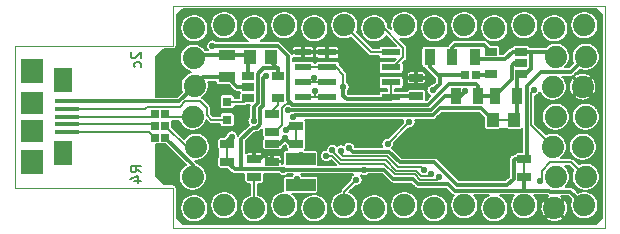
<source format=gbl>
G04 (created by PCBNEW-RS274X (2012-03-22 BZR 3475)-stable) date Sat Sep  8 15:23:55 2012*
G01*
G70*
G90*
%MOIN*%
G04 Gerber Fmt 3.4, Leading zero omitted, Abs format*
%FSLAX34Y34*%
G04 APERTURE LIST*
%ADD10C,0.006000*%
%ADD11C,0.005900*%
%ADD12C,0.003900*%
%ADD13R,0.039400X0.025600*%
%ADD14R,0.030000X0.030000*%
%ADD15R,0.098400X0.039300*%
%ADD16C,0.134000*%
%ADD17R,0.078700X0.015700*%
%ADD18R,0.074800X0.082700*%
%ADD19R,0.063000X0.082700*%
%ADD20R,0.074800X0.074800*%
%ADD21C,0.074000*%
%ADD22R,0.025000X0.025000*%
%ADD23R,0.063000X0.024000*%
%ADD24R,0.058300X0.023000*%
%ADD25R,0.039400X0.045000*%
%ADD26R,0.045000X0.025000*%
%ADD27R,0.055000X0.035000*%
%ADD28R,0.035000X0.055000*%
%ADD29C,0.021700*%
%ADD30C,0.011800*%
G04 APERTURE END LIST*
G54D10*
G54D11*
X13923Y-17847D02*
X13906Y-17864D01*
X13889Y-17898D01*
X13889Y-17982D01*
X13906Y-18016D01*
X13923Y-18033D01*
X13957Y-18050D01*
X13990Y-18050D01*
X14041Y-18033D01*
X14243Y-17831D01*
X14243Y-18050D01*
X14226Y-18353D02*
X14243Y-18319D01*
X14243Y-18252D01*
X14226Y-18218D01*
X14210Y-18201D01*
X14176Y-18184D01*
X14075Y-18184D01*
X14041Y-18201D01*
X14024Y-18218D01*
X14007Y-18252D01*
X14007Y-18319D01*
X14024Y-18353D01*
X14243Y-21842D02*
X14075Y-21724D01*
X14243Y-21639D02*
X13889Y-21639D01*
X13889Y-21774D01*
X13906Y-21808D01*
X13923Y-21825D01*
X13957Y-21842D01*
X14007Y-21842D01*
X14041Y-21825D01*
X14058Y-21808D01*
X14075Y-21774D01*
X14075Y-21639D01*
X14007Y-22145D02*
X14243Y-22145D01*
X13872Y-22061D02*
X14125Y-21976D01*
X14125Y-22196D01*
G54D12*
X15300Y-17630D02*
X15300Y-16300D01*
X15300Y-22374D02*
X15300Y-23700D01*
X29700Y-23700D02*
X15300Y-23700D01*
X29700Y-16300D02*
X29700Y-23700D01*
X15300Y-16300D02*
X29700Y-16300D01*
X10039Y-17630D02*
X15300Y-17630D01*
X10039Y-22374D02*
X15300Y-22374D01*
X10039Y-17630D02*
X10039Y-22374D01*
G54D11*
X26575Y-20100D02*
X26025Y-20100D01*
X17100Y-21397D02*
X17100Y-21003D01*
X27000Y-21503D02*
X27000Y-21897D01*
X19400Y-20797D02*
X19400Y-20403D01*
G54D13*
X17800Y-19375D03*
X17800Y-18625D03*
X18800Y-19375D03*
X17800Y-19000D03*
X18800Y-18625D03*
G54D14*
X17100Y-19500D03*
G54D15*
X19550Y-22263D03*
X19550Y-21397D03*
G54D16*
X24600Y-20600D03*
G54D17*
X11771Y-20000D03*
X11771Y-20255D03*
X11771Y-19489D03*
G54D18*
X10610Y-21516D03*
X10610Y-18484D03*
G54D17*
X11771Y-19745D03*
X11771Y-20511D03*
G54D19*
X11614Y-21220D03*
X11614Y-18780D03*
G54D20*
X10610Y-20472D03*
X10610Y-19528D03*
G54D21*
X28050Y-18000D03*
X27950Y-19000D03*
X28050Y-20000D03*
X27950Y-21000D03*
X28050Y-22000D03*
X29050Y-18000D03*
X28950Y-19000D03*
X29050Y-20000D03*
X28950Y-21000D03*
X29050Y-22000D03*
X16000Y-17050D03*
X17000Y-16950D03*
X18000Y-17050D03*
X19000Y-16950D03*
X20000Y-17050D03*
X21000Y-16950D03*
X22000Y-17050D03*
X23000Y-16950D03*
X24000Y-17050D03*
X25000Y-16950D03*
X26000Y-17050D03*
X27000Y-16950D03*
X28000Y-17050D03*
X29000Y-16950D03*
X16000Y-23050D03*
X17000Y-22950D03*
X18000Y-23050D03*
X19000Y-22950D03*
X20000Y-23050D03*
X21000Y-22950D03*
X22000Y-23050D03*
X23000Y-22950D03*
X24000Y-23050D03*
X25000Y-22950D03*
X26000Y-23050D03*
X27000Y-22950D03*
X28000Y-23050D03*
X29000Y-22950D03*
G54D22*
X14683Y-19890D03*
X15037Y-19890D03*
X14683Y-20690D03*
X15037Y-20690D03*
G54D23*
X20437Y-19350D03*
X20437Y-18850D03*
X20437Y-18350D03*
X20437Y-17850D03*
X22563Y-17850D03*
X22563Y-18350D03*
X22563Y-18850D03*
X22563Y-19350D03*
G54D24*
X19626Y-19350D03*
X19626Y-18850D03*
X19626Y-18350D03*
X19626Y-17850D03*
G54D25*
X18554Y-18000D03*
X17846Y-18000D03*
G54D26*
X18600Y-19890D03*
X18600Y-20490D03*
G54D27*
X17100Y-17925D03*
X17100Y-18675D03*
G54D26*
X23400Y-19300D03*
X23400Y-18700D03*
G54D25*
X26654Y-20100D03*
X25946Y-20100D03*
G54D22*
X14683Y-20290D03*
X15037Y-20290D03*
G54D21*
X15950Y-22000D03*
X16050Y-21000D03*
X15950Y-20000D03*
X16015Y-18960D03*
X15985Y-18040D03*
G54D28*
X26775Y-19300D03*
X26025Y-19300D03*
X24725Y-19300D03*
X25475Y-19300D03*
G54D22*
X25377Y-18600D03*
X25023Y-18600D03*
G54D26*
X17100Y-20900D03*
X17100Y-21500D03*
G54D28*
X25350Y-18000D03*
X24600Y-18000D03*
X23850Y-18000D03*
G54D26*
X18000Y-22000D03*
X18000Y-21400D03*
X27000Y-22000D03*
X27000Y-21400D03*
X19400Y-20300D03*
X19400Y-20900D03*
X18600Y-20890D03*
X18600Y-21490D03*
G54D13*
X26900Y-17825D03*
X26900Y-18575D03*
X25900Y-17825D03*
X26900Y-18200D03*
X25900Y-18575D03*
G54D14*
X17100Y-20100D03*
G54D29*
X18390Y-18630D03*
X18970Y-21760D03*
X20970Y-19010D03*
X21660Y-21760D03*
X19050Y-20440D03*
X21160Y-21040D03*
X17981Y-20130D03*
X19310Y-20000D03*
X21410Y-22090D03*
X27320Y-19090D03*
X20020Y-19150D03*
X20010Y-18700D03*
X20610Y-21100D03*
X23910Y-21890D03*
X20890Y-21130D03*
X23660Y-21760D03*
X20400Y-21300D03*
X24160Y-22010D03*
X27530Y-22150D03*
X19130Y-19780D03*
X17250Y-20660D03*
X23950Y-19120D03*
X25030Y-19150D03*
X23170Y-20180D03*
X22450Y-20900D03*
X16610Y-17630D03*
X19420Y-22080D03*
X19570Y-21260D03*
X19030Y-20720D03*
X21840Y-18460D03*
X16500Y-21490D03*
X19910Y-20540D03*
X18340Y-21270D03*
X17570Y-22430D03*
X27490Y-19720D03*
G54D30*
X17350Y-21750D02*
X17570Y-21750D01*
X24686Y-22460D02*
X27000Y-22460D01*
X22320Y-21760D02*
X22626Y-22066D01*
X28540Y-22490D02*
X29000Y-22950D01*
X23464Y-22240D02*
X24466Y-22240D01*
X17950Y-20360D02*
X18090Y-20360D01*
X19400Y-20300D02*
X19190Y-20300D01*
X17570Y-21750D02*
X18960Y-21750D01*
X23290Y-22066D02*
X23464Y-22240D01*
X21660Y-21760D02*
X22320Y-21760D01*
X24466Y-22240D02*
X24686Y-22460D01*
X17570Y-20740D02*
X17950Y-20360D01*
X18299Y-19631D02*
X18299Y-18721D01*
G54D10*
X20437Y-18350D02*
X19626Y-18350D01*
G54D30*
X28540Y-22490D02*
X27870Y-22490D01*
X20970Y-19010D02*
X20970Y-19291D01*
X19190Y-20300D02*
X19050Y-20440D01*
X22613Y-19300D02*
X23400Y-19300D01*
X22563Y-19411D02*
X22563Y-19350D01*
X20970Y-19291D02*
X21090Y-19411D01*
X27000Y-22000D02*
X27000Y-22460D01*
X27000Y-22460D02*
X27840Y-22460D01*
X21090Y-19411D02*
X22563Y-19411D01*
X27840Y-22460D02*
X27870Y-22490D01*
X18210Y-19720D02*
X18299Y-19631D01*
X17570Y-20740D02*
X17570Y-21750D01*
G54D10*
X22563Y-19350D02*
X22563Y-18850D01*
G54D30*
X18210Y-20240D02*
X18210Y-19720D01*
G54D10*
X20730Y-18350D02*
X20970Y-18590D01*
G54D30*
X22626Y-22066D02*
X23290Y-22066D01*
X18970Y-21760D02*
X21660Y-21760D01*
X17100Y-21500D02*
X17350Y-21750D01*
X18390Y-18630D02*
X18299Y-18721D01*
G54D10*
X20970Y-18590D02*
X20970Y-19010D01*
G54D30*
X18960Y-21750D02*
X18970Y-21760D01*
X18090Y-20360D02*
X18210Y-20240D01*
X22563Y-19350D02*
X22613Y-19300D01*
G54D10*
X20437Y-18350D02*
X20730Y-18350D01*
G54D30*
X21285Y-21165D02*
X21720Y-21165D01*
X26650Y-21440D02*
X26690Y-21400D01*
X27088Y-21312D02*
X27088Y-18982D01*
X27088Y-18982D02*
X27570Y-18500D01*
X24000Y-21520D02*
X22856Y-21520D01*
X27088Y-21312D02*
X27000Y-21400D01*
X22856Y-21520D02*
X22501Y-21165D01*
X28550Y-18500D02*
X27570Y-18500D01*
X21720Y-21165D02*
X22501Y-21165D01*
X24761Y-22281D02*
X24000Y-21520D01*
X26440Y-22281D02*
X26650Y-22071D01*
X27000Y-21400D02*
X26690Y-21400D01*
X26650Y-22071D02*
X26650Y-21440D01*
X29050Y-18000D02*
X28550Y-18500D01*
X21160Y-21040D02*
X21285Y-21165D01*
X24761Y-22281D02*
X26440Y-22281D01*
X21655Y-21165D02*
X21720Y-21165D01*
X18310Y-18380D02*
X18800Y-18380D01*
X19310Y-20000D02*
X19362Y-19948D01*
X24208Y-19700D02*
X23960Y-19948D01*
X15037Y-20690D02*
X15950Y-21603D01*
X18800Y-18420D02*
X18800Y-18380D01*
X23960Y-19948D02*
X19362Y-19948D01*
X18120Y-18570D02*
X18310Y-18380D01*
X15950Y-21603D02*
X15950Y-22000D01*
X17981Y-19689D02*
X18120Y-19550D01*
X18120Y-19550D02*
X18120Y-18570D01*
X18554Y-18000D02*
X18554Y-18174D01*
X25946Y-20100D02*
X25546Y-19700D01*
X18800Y-18380D02*
X18800Y-18625D01*
X17981Y-20130D02*
X17981Y-19689D01*
X25546Y-19700D02*
X24208Y-19700D01*
X18554Y-18174D02*
X18800Y-18420D01*
G54D10*
X18000Y-23050D02*
X18000Y-22000D01*
X21000Y-22500D02*
X21000Y-22950D01*
X21410Y-22090D02*
X21000Y-22500D01*
X27239Y-19171D02*
X27320Y-19090D01*
X27239Y-20289D02*
X27950Y-21000D01*
X27239Y-19171D02*
X27239Y-20289D01*
X20020Y-19150D02*
X20020Y-19350D01*
X19626Y-19350D02*
X20020Y-19350D01*
X20020Y-19350D02*
X20437Y-19350D01*
X20020Y-18710D02*
X20020Y-18850D01*
X20010Y-18700D02*
X20020Y-18710D01*
X19626Y-18850D02*
X20020Y-18850D01*
X20020Y-18850D02*
X20437Y-18850D01*
X21900Y-17850D02*
X21000Y-16950D01*
X22563Y-17850D02*
X21900Y-17850D01*
X22230Y-16950D02*
X22970Y-17690D01*
X22970Y-17690D02*
X22970Y-18020D01*
X22640Y-18350D02*
X22563Y-18350D01*
X22000Y-16950D02*
X22230Y-16950D01*
X22000Y-16950D02*
X22000Y-17050D01*
X22970Y-18020D02*
X22640Y-18350D01*
X22388Y-21438D02*
X21300Y-21438D01*
X20610Y-21100D02*
X20610Y-21140D01*
X20610Y-21140D02*
X20908Y-21438D01*
X23403Y-21793D02*
X23570Y-21960D01*
X21300Y-21438D02*
X21308Y-21438D01*
X23840Y-21960D02*
X23910Y-21890D01*
X23570Y-21960D02*
X23840Y-21960D01*
X22388Y-21438D02*
X22743Y-21793D01*
X22743Y-21793D02*
X23403Y-21793D01*
X21300Y-21438D02*
X20908Y-21438D01*
X22440Y-21316D02*
X22795Y-21671D01*
X23571Y-21671D02*
X23660Y-21760D01*
X20890Y-21130D02*
X20890Y-21248D01*
X20890Y-21248D02*
X20958Y-21316D01*
X22795Y-21671D02*
X23571Y-21671D01*
X22440Y-21316D02*
X22438Y-21316D01*
X20958Y-21316D02*
X22440Y-21316D01*
X27580Y-21790D02*
X27580Y-22100D01*
X27860Y-21510D02*
X27580Y-21790D01*
X20598Y-21300D02*
X20858Y-21560D01*
X23353Y-21915D02*
X23528Y-22090D01*
X23528Y-22090D02*
X24080Y-22090D01*
X28560Y-21510D02*
X27860Y-21510D01*
X20858Y-21560D02*
X22338Y-21560D01*
X24080Y-22090D02*
X24160Y-22010D01*
X22693Y-21915D02*
X23353Y-21915D01*
X20400Y-21300D02*
X20598Y-21300D01*
X27580Y-22100D02*
X27530Y-22150D01*
X22338Y-21560D02*
X22693Y-21915D01*
X29050Y-22000D02*
X28560Y-21510D01*
G54D30*
X23850Y-18330D02*
X23850Y-18000D01*
X23885Y-19769D02*
X24354Y-19300D01*
X24354Y-19300D02*
X24725Y-19300D01*
X17250Y-20660D02*
X17100Y-20810D01*
X25030Y-19150D02*
X24880Y-19300D01*
X23950Y-19120D02*
X24180Y-18890D01*
X24120Y-18600D02*
X23850Y-18330D01*
X24180Y-18890D02*
X24180Y-18600D01*
X19141Y-19769D02*
X23885Y-19769D01*
X24725Y-19300D02*
X24880Y-19300D01*
X17100Y-20810D02*
X17100Y-20900D01*
X19130Y-19780D02*
X19141Y-19769D01*
X25023Y-18600D02*
X24180Y-18600D01*
X24180Y-18600D02*
X24120Y-18600D01*
G54D10*
X22450Y-20900D02*
X23170Y-20180D01*
X15037Y-19890D02*
X15147Y-20000D01*
X15147Y-20000D02*
X15950Y-20000D01*
X15037Y-20290D02*
X15747Y-21000D01*
X15747Y-21000D02*
X16050Y-21000D01*
G54D30*
X16100Y-17925D02*
X17100Y-17925D01*
X17100Y-17925D02*
X17771Y-17925D01*
X15985Y-18040D02*
X16100Y-17925D01*
X17800Y-18046D02*
X17846Y-18000D01*
X17800Y-18625D02*
X17800Y-18046D01*
X17771Y-17925D02*
X17846Y-18000D01*
X25430Y-18080D02*
X26370Y-18080D01*
X26654Y-20100D02*
X26775Y-19979D01*
X26775Y-19979D02*
X26775Y-19300D01*
X26900Y-18575D02*
X27035Y-18575D01*
X27220Y-17825D02*
X26900Y-17825D01*
X25350Y-18000D02*
X25430Y-18080D01*
X26625Y-17825D02*
X26900Y-17825D01*
X26775Y-18700D02*
X26900Y-18575D01*
X27875Y-17825D02*
X27220Y-17825D01*
X28050Y-18000D02*
X27875Y-17825D01*
X26370Y-18080D02*
X26625Y-17825D01*
X27035Y-18575D02*
X27220Y-18390D01*
X26775Y-19300D02*
X26775Y-18700D01*
X27220Y-18390D02*
X27220Y-17825D01*
X17425Y-19000D02*
X17800Y-19000D01*
X16610Y-17630D02*
X18780Y-17630D01*
G54D10*
X19050Y-19580D02*
X19250Y-19580D01*
G54D30*
X19120Y-19450D02*
X19120Y-17970D01*
X24500Y-18900D02*
X25390Y-18900D01*
X19260Y-19590D02*
X19120Y-19450D01*
G54D10*
X18920Y-19710D02*
X19050Y-19580D01*
G54D30*
X26580Y-18290D02*
X26670Y-18200D01*
G54D10*
X18920Y-20280D02*
X18800Y-20400D01*
X18600Y-20490D02*
X18600Y-20400D01*
X18920Y-19710D02*
X18920Y-20280D01*
G54D30*
X26580Y-18745D02*
X26580Y-18290D01*
X26670Y-18200D02*
X26900Y-18200D01*
X17100Y-18675D02*
X17425Y-19000D01*
X26025Y-19300D02*
X26580Y-18745D01*
X15486Y-19489D02*
X16015Y-18960D01*
X25390Y-18900D02*
X25475Y-18985D01*
X11771Y-19489D02*
X15486Y-19489D01*
X19260Y-19590D02*
X23810Y-19590D01*
X25475Y-19300D02*
X26025Y-19300D01*
X16015Y-18960D02*
X16300Y-18675D01*
G54D10*
X19260Y-19590D02*
X19250Y-19580D01*
G54D30*
X16300Y-18675D02*
X17100Y-18675D01*
G54D10*
X18800Y-20400D02*
X18600Y-20400D01*
G54D30*
X23810Y-19590D02*
X24500Y-18900D01*
X25475Y-18985D02*
X25475Y-19300D01*
X19120Y-17970D02*
X18780Y-17630D01*
G54D10*
X18800Y-19600D02*
X18600Y-19800D01*
X18600Y-19890D02*
X18600Y-19800D01*
X18800Y-19375D02*
X18800Y-19600D01*
X17800Y-19375D02*
X17675Y-19500D01*
X17675Y-19500D02*
X17100Y-19500D01*
G54D30*
X24690Y-17600D02*
X24600Y-17690D01*
X25900Y-17825D02*
X25885Y-17825D01*
X24600Y-17690D02*
X24600Y-18000D01*
X25660Y-17600D02*
X24690Y-17600D01*
X25885Y-17825D02*
X25660Y-17600D01*
X25875Y-18600D02*
X25900Y-18575D01*
X25377Y-18600D02*
X25875Y-18600D01*
G54D10*
X19420Y-22080D02*
X19400Y-22100D01*
X19400Y-22100D02*
X19400Y-22320D01*
X19690Y-22303D02*
X19550Y-22263D01*
X19690Y-22303D02*
X19400Y-22320D01*
X19570Y-21260D02*
X19510Y-21320D01*
X19690Y-21437D02*
X19400Y-21320D01*
X19510Y-21320D02*
X19400Y-21320D01*
X19690Y-21437D02*
X19550Y-21397D01*
G54D30*
X19030Y-20720D02*
X19210Y-20900D01*
X18860Y-20890D02*
X19030Y-20720D01*
X18600Y-20890D02*
X18860Y-20890D01*
X19210Y-20900D02*
X19400Y-20900D01*
G54D10*
X11771Y-20511D02*
X14504Y-20511D01*
X14504Y-20511D02*
X14683Y-20690D01*
X14648Y-20255D02*
X14683Y-20290D01*
X11771Y-20255D02*
X14648Y-20255D01*
X14573Y-20000D02*
X14683Y-19890D01*
X11771Y-20000D02*
X14573Y-20000D01*
X16420Y-19950D02*
X16570Y-20100D01*
X14345Y-19745D02*
X14430Y-19660D01*
X16570Y-20100D02*
X17100Y-20100D01*
X15710Y-19480D02*
X16210Y-19480D01*
X11771Y-19745D02*
X14345Y-19745D01*
X14430Y-19660D02*
X15530Y-19660D01*
X16420Y-19690D02*
X16420Y-19950D01*
X15530Y-19660D02*
X15710Y-19480D01*
X16210Y-19480D02*
X16420Y-19690D01*
G54D30*
X18210Y-21400D02*
X18340Y-21270D01*
X19626Y-17850D02*
X20437Y-17850D01*
G54D10*
X17440Y-22430D02*
X17570Y-22430D01*
G54D30*
X18000Y-21400D02*
X18210Y-21400D01*
G54D10*
X28450Y-19500D02*
X27710Y-19500D01*
X16500Y-21490D02*
X17440Y-22430D01*
X28950Y-19000D02*
X28450Y-19500D01*
X27710Y-19500D02*
X27490Y-19720D01*
G54D30*
X18600Y-21400D02*
X18600Y-21490D01*
X18600Y-21400D02*
X18470Y-21400D01*
X18470Y-21400D02*
X18340Y-21270D01*
G54D10*
G36*
X19109Y-21101D02*
X19048Y-21101D01*
X19029Y-21105D01*
X19011Y-21112D01*
X18994Y-21123D01*
X18980Y-21137D01*
X18970Y-21153D01*
X18962Y-21171D01*
X18958Y-21191D01*
X18958Y-21210D01*
X18958Y-21552D01*
X18951Y-21552D01*
X18913Y-21558D01*
X18913Y-21541D01*
X18913Y-21439D01*
X18913Y-21356D01*
X18910Y-21339D01*
X18903Y-21323D01*
X18893Y-21309D01*
X18881Y-21297D01*
X18867Y-21287D01*
X18851Y-21280D01*
X18834Y-21277D01*
X18817Y-21277D01*
X18651Y-21277D01*
X18629Y-21299D01*
X18629Y-21461D01*
X18891Y-21461D01*
X18913Y-21439D01*
X18913Y-21541D01*
X18891Y-21519D01*
X18659Y-21519D01*
X18629Y-21519D01*
X18571Y-21519D01*
X18571Y-21461D01*
X18571Y-21431D01*
X18571Y-21299D01*
X18549Y-21277D01*
X18383Y-21277D01*
X18366Y-21277D01*
X18349Y-21280D01*
X18333Y-21287D01*
X18319Y-21297D01*
X18313Y-21303D01*
X18313Y-21266D01*
X18310Y-21249D01*
X18303Y-21233D01*
X18293Y-21219D01*
X18281Y-21207D01*
X18267Y-21197D01*
X18251Y-21190D01*
X18234Y-21187D01*
X18217Y-21187D01*
X18051Y-21187D01*
X18029Y-21209D01*
X18029Y-21341D01*
X18029Y-21371D01*
X18029Y-21429D01*
X17971Y-21429D01*
X17971Y-21371D01*
X17971Y-21341D01*
X17971Y-21209D01*
X17949Y-21187D01*
X17783Y-21187D01*
X17766Y-21187D01*
X17749Y-21190D01*
X17733Y-21197D01*
X17729Y-21199D01*
X17729Y-20805D01*
X18015Y-20519D01*
X18088Y-20519D01*
X18090Y-20519D01*
X18119Y-20516D01*
X18121Y-20516D01*
X18137Y-20511D01*
X18149Y-20508D01*
X18151Y-20507D01*
X18177Y-20494D01*
X18178Y-20492D01*
X18201Y-20474D01*
X18201Y-20473D01*
X18202Y-20473D01*
X18202Y-20472D01*
X18206Y-20467D01*
X18275Y-20399D01*
X18275Y-20625D01*
X18279Y-20644D01*
X18286Y-20662D01*
X18297Y-20679D01*
X18308Y-20690D01*
X18297Y-20701D01*
X18287Y-20717D01*
X18279Y-20735D01*
X18275Y-20755D01*
X18275Y-20774D01*
X18275Y-21025D01*
X18279Y-21044D01*
X18286Y-21062D01*
X18297Y-21079D01*
X18311Y-21093D01*
X18327Y-21103D01*
X18345Y-21111D01*
X18365Y-21115D01*
X18384Y-21115D01*
X18835Y-21115D01*
X18854Y-21111D01*
X18872Y-21104D01*
X18889Y-21093D01*
X18903Y-21079D01*
X18913Y-21063D01*
X18921Y-21045D01*
X18922Y-21036D01*
X18947Y-21024D01*
X18948Y-21022D01*
X18971Y-21004D01*
X18971Y-21003D01*
X18972Y-21003D01*
X18972Y-21002D01*
X18976Y-20997D01*
X19029Y-20944D01*
X19075Y-20989D01*
X19075Y-21035D01*
X19079Y-21054D01*
X19086Y-21072D01*
X19097Y-21089D01*
X19109Y-21101D01*
X19109Y-21101D01*
G37*
G54D11*
X19109Y-21101D02*
X19048Y-21101D01*
X19029Y-21105D01*
X19011Y-21112D01*
X18994Y-21123D01*
X18980Y-21137D01*
X18970Y-21153D01*
X18962Y-21171D01*
X18958Y-21191D01*
X18958Y-21210D01*
X18958Y-21552D01*
X18951Y-21552D01*
X18913Y-21558D01*
X18913Y-21541D01*
X18913Y-21439D01*
X18913Y-21356D01*
X18910Y-21339D01*
X18903Y-21323D01*
X18893Y-21309D01*
X18881Y-21297D01*
X18867Y-21287D01*
X18851Y-21280D01*
X18834Y-21277D01*
X18817Y-21277D01*
X18651Y-21277D01*
X18629Y-21299D01*
X18629Y-21461D01*
X18891Y-21461D01*
X18913Y-21439D01*
X18913Y-21541D01*
X18891Y-21519D01*
X18659Y-21519D01*
X18629Y-21519D01*
X18571Y-21519D01*
X18571Y-21461D01*
X18571Y-21431D01*
X18571Y-21299D01*
X18549Y-21277D01*
X18383Y-21277D01*
X18366Y-21277D01*
X18349Y-21280D01*
X18333Y-21287D01*
X18319Y-21297D01*
X18313Y-21303D01*
X18313Y-21266D01*
X18310Y-21249D01*
X18303Y-21233D01*
X18293Y-21219D01*
X18281Y-21207D01*
X18267Y-21197D01*
X18251Y-21190D01*
X18234Y-21187D01*
X18217Y-21187D01*
X18051Y-21187D01*
X18029Y-21209D01*
X18029Y-21341D01*
X18029Y-21371D01*
X18029Y-21429D01*
X17971Y-21429D01*
X17971Y-21371D01*
X17971Y-21341D01*
X17971Y-21209D01*
X17949Y-21187D01*
X17783Y-21187D01*
X17766Y-21187D01*
X17749Y-21190D01*
X17733Y-21197D01*
X17729Y-21199D01*
X17729Y-20805D01*
X18015Y-20519D01*
X18088Y-20519D01*
X18090Y-20519D01*
X18119Y-20516D01*
X18121Y-20516D01*
X18137Y-20511D01*
X18149Y-20508D01*
X18151Y-20507D01*
X18177Y-20494D01*
X18178Y-20492D01*
X18201Y-20474D01*
X18201Y-20473D01*
X18202Y-20473D01*
X18202Y-20472D01*
X18206Y-20467D01*
X18275Y-20399D01*
X18275Y-20625D01*
X18279Y-20644D01*
X18286Y-20662D01*
X18297Y-20679D01*
X18308Y-20690D01*
X18297Y-20701D01*
X18287Y-20717D01*
X18279Y-20735D01*
X18275Y-20755D01*
X18275Y-20774D01*
X18275Y-21025D01*
X18279Y-21044D01*
X18286Y-21062D01*
X18297Y-21079D01*
X18311Y-21093D01*
X18327Y-21103D01*
X18345Y-21111D01*
X18365Y-21115D01*
X18384Y-21115D01*
X18835Y-21115D01*
X18854Y-21111D01*
X18872Y-21104D01*
X18889Y-21093D01*
X18903Y-21079D01*
X18913Y-21063D01*
X18921Y-21045D01*
X18922Y-21036D01*
X18947Y-21024D01*
X18948Y-21022D01*
X18971Y-21004D01*
X18971Y-21003D01*
X18972Y-21003D01*
X18972Y-21002D01*
X18976Y-20997D01*
X19029Y-20944D01*
X19075Y-20989D01*
X19075Y-21035D01*
X19079Y-21054D01*
X19086Y-21072D01*
X19097Y-21089D01*
X19109Y-21101D01*
G54D10*
G36*
X22974Y-20107D02*
X22971Y-20116D01*
X22962Y-20156D01*
X22962Y-20197D01*
X22963Y-20202D01*
X22473Y-20692D01*
X22472Y-20692D01*
X22431Y-20692D01*
X22391Y-20699D01*
X22354Y-20715D01*
X22319Y-20737D01*
X22290Y-20765D01*
X22267Y-20799D01*
X22251Y-20836D01*
X22242Y-20876D01*
X22242Y-20917D01*
X22249Y-20957D01*
X22264Y-20995D01*
X22271Y-21006D01*
X21722Y-21006D01*
X21720Y-21006D01*
X21655Y-21006D01*
X21365Y-21006D01*
X21360Y-20980D01*
X21345Y-20942D01*
X21322Y-20908D01*
X21293Y-20879D01*
X21260Y-20856D01*
X21222Y-20841D01*
X21182Y-20832D01*
X21141Y-20832D01*
X21101Y-20839D01*
X21064Y-20855D01*
X21029Y-20877D01*
X21000Y-20905D01*
X20977Y-20939D01*
X20976Y-20940D01*
X20952Y-20931D01*
X20912Y-20922D01*
X20871Y-20922D01*
X20831Y-20929D01*
X20794Y-20945D01*
X20766Y-20962D01*
X20743Y-20939D01*
X20710Y-20916D01*
X20672Y-20901D01*
X20632Y-20892D01*
X20591Y-20892D01*
X20551Y-20899D01*
X20514Y-20915D01*
X20479Y-20937D01*
X20450Y-20965D01*
X20427Y-20999D01*
X20411Y-21036D01*
X20402Y-21076D01*
X20402Y-21092D01*
X20381Y-21092D01*
X20341Y-21099D01*
X20304Y-21115D01*
X20269Y-21137D01*
X20240Y-21165D01*
X20217Y-21199D01*
X20201Y-21236D01*
X20192Y-21276D01*
X20192Y-21317D01*
X20199Y-21357D01*
X20214Y-21395D01*
X20236Y-21429D01*
X20264Y-21459D01*
X20298Y-21482D01*
X20335Y-21499D01*
X20375Y-21507D01*
X20416Y-21508D01*
X20456Y-21501D01*
X20494Y-21487D01*
X20528Y-21465D01*
X20554Y-21440D01*
X20715Y-21601D01*
X20142Y-21601D01*
X20142Y-21584D01*
X20142Y-21191D01*
X20138Y-21172D01*
X20131Y-21154D01*
X20120Y-21137D01*
X20106Y-21123D01*
X20090Y-21113D01*
X20072Y-21105D01*
X20052Y-21101D01*
X20033Y-21101D01*
X19719Y-21101D01*
X19705Y-21101D01*
X19703Y-21099D01*
X19697Y-21094D01*
X19703Y-21089D01*
X19713Y-21073D01*
X19719Y-21059D01*
X19721Y-21055D01*
X19725Y-21035D01*
X19725Y-21016D01*
X19725Y-20765D01*
X19721Y-20746D01*
X19719Y-20740D01*
X19719Y-20459D01*
X19721Y-20455D01*
X19725Y-20435D01*
X19725Y-20416D01*
X19725Y-20165D01*
X19721Y-20146D01*
X19714Y-20128D01*
X19703Y-20111D01*
X19699Y-20107D01*
X22974Y-20107D01*
X22974Y-20107D01*
G37*
G54D11*
X22974Y-20107D02*
X22971Y-20116D01*
X22962Y-20156D01*
X22962Y-20197D01*
X22963Y-20202D01*
X22473Y-20692D01*
X22472Y-20692D01*
X22431Y-20692D01*
X22391Y-20699D01*
X22354Y-20715D01*
X22319Y-20737D01*
X22290Y-20765D01*
X22267Y-20799D01*
X22251Y-20836D01*
X22242Y-20876D01*
X22242Y-20917D01*
X22249Y-20957D01*
X22264Y-20995D01*
X22271Y-21006D01*
X21722Y-21006D01*
X21720Y-21006D01*
X21655Y-21006D01*
X21365Y-21006D01*
X21360Y-20980D01*
X21345Y-20942D01*
X21322Y-20908D01*
X21293Y-20879D01*
X21260Y-20856D01*
X21222Y-20841D01*
X21182Y-20832D01*
X21141Y-20832D01*
X21101Y-20839D01*
X21064Y-20855D01*
X21029Y-20877D01*
X21000Y-20905D01*
X20977Y-20939D01*
X20976Y-20940D01*
X20952Y-20931D01*
X20912Y-20922D01*
X20871Y-20922D01*
X20831Y-20929D01*
X20794Y-20945D01*
X20766Y-20962D01*
X20743Y-20939D01*
X20710Y-20916D01*
X20672Y-20901D01*
X20632Y-20892D01*
X20591Y-20892D01*
X20551Y-20899D01*
X20514Y-20915D01*
X20479Y-20937D01*
X20450Y-20965D01*
X20427Y-20999D01*
X20411Y-21036D01*
X20402Y-21076D01*
X20402Y-21092D01*
X20381Y-21092D01*
X20341Y-21099D01*
X20304Y-21115D01*
X20269Y-21137D01*
X20240Y-21165D01*
X20217Y-21199D01*
X20201Y-21236D01*
X20192Y-21276D01*
X20192Y-21317D01*
X20199Y-21357D01*
X20214Y-21395D01*
X20236Y-21429D01*
X20264Y-21459D01*
X20298Y-21482D01*
X20335Y-21499D01*
X20375Y-21507D01*
X20416Y-21508D01*
X20456Y-21501D01*
X20494Y-21487D01*
X20528Y-21465D01*
X20554Y-21440D01*
X20715Y-21601D01*
X20142Y-21601D01*
X20142Y-21584D01*
X20142Y-21191D01*
X20138Y-21172D01*
X20131Y-21154D01*
X20120Y-21137D01*
X20106Y-21123D01*
X20090Y-21113D01*
X20072Y-21105D01*
X20052Y-21101D01*
X20033Y-21101D01*
X19719Y-21101D01*
X19705Y-21101D01*
X19703Y-21099D01*
X19697Y-21094D01*
X19703Y-21089D01*
X19713Y-21073D01*
X19719Y-21059D01*
X19721Y-21055D01*
X19725Y-21035D01*
X19725Y-21016D01*
X19725Y-20765D01*
X19721Y-20746D01*
X19719Y-20740D01*
X19719Y-20459D01*
X19721Y-20455D01*
X19725Y-20435D01*
X19725Y-20416D01*
X19725Y-20165D01*
X19721Y-20146D01*
X19714Y-20128D01*
X19703Y-20111D01*
X19699Y-20107D01*
X22974Y-20107D01*
G54D10*
G36*
X26929Y-21175D02*
X26765Y-21175D01*
X26746Y-21179D01*
X26728Y-21186D01*
X26711Y-21197D01*
X26697Y-21211D01*
X26687Y-21227D01*
X26680Y-21241D01*
X26659Y-21244D01*
X26629Y-21253D01*
X26611Y-21263D01*
X26603Y-21267D01*
X26598Y-21271D01*
X26578Y-21287D01*
X26577Y-21287D01*
X26577Y-21288D01*
X26543Y-21322D01*
X26539Y-21326D01*
X26519Y-21350D01*
X26504Y-21377D01*
X26503Y-21377D01*
X26503Y-21379D01*
X26500Y-21389D01*
X26494Y-21407D01*
X26491Y-21438D01*
X26491Y-21439D01*
X26491Y-21440D01*
X26491Y-22005D01*
X26374Y-22122D01*
X25631Y-22122D01*
X24826Y-22122D01*
X24117Y-21413D01*
X24114Y-21409D01*
X24112Y-21408D01*
X24090Y-21389D01*
X24088Y-21388D01*
X24063Y-21374D01*
X24062Y-21373D01*
X24061Y-21373D01*
X24051Y-21370D01*
X24033Y-21364D01*
X24002Y-21361D01*
X24001Y-21361D01*
X24000Y-21361D01*
X22921Y-21361D01*
X22618Y-21058D01*
X22615Y-21054D01*
X22613Y-21053D01*
X22601Y-21043D01*
X22601Y-21042D01*
X22608Y-21037D01*
X22631Y-21004D01*
X22648Y-20966D01*
X22657Y-20927D01*
X22658Y-20880D01*
X22657Y-20876D01*
X23146Y-20387D01*
X23186Y-20388D01*
X23226Y-20381D01*
X23264Y-20367D01*
X23298Y-20345D01*
X23328Y-20317D01*
X23351Y-20284D01*
X23368Y-20246D01*
X23377Y-20207D01*
X23378Y-20160D01*
X23370Y-20120D01*
X23364Y-20107D01*
X23958Y-20107D01*
X23960Y-20107D01*
X23989Y-20104D01*
X23991Y-20104D01*
X24007Y-20099D01*
X24019Y-20096D01*
X24021Y-20095D01*
X24047Y-20082D01*
X24048Y-20080D01*
X24071Y-20062D01*
X24071Y-20061D01*
X24072Y-20061D01*
X24072Y-20060D01*
X24076Y-20055D01*
X24273Y-19859D01*
X25480Y-19859D01*
X25631Y-20009D01*
X25649Y-20027D01*
X25649Y-20090D01*
X25639Y-20100D01*
X25649Y-20110D01*
X25649Y-20335D01*
X25653Y-20354D01*
X25660Y-20372D01*
X25671Y-20389D01*
X25685Y-20403D01*
X25701Y-20413D01*
X25719Y-20421D01*
X25739Y-20425D01*
X25758Y-20425D01*
X26153Y-20425D01*
X26172Y-20421D01*
X26177Y-20419D01*
X26422Y-20419D01*
X26427Y-20421D01*
X26447Y-20425D01*
X26466Y-20425D01*
X26861Y-20425D01*
X26880Y-20421D01*
X26898Y-20414D01*
X26915Y-20403D01*
X26929Y-20389D01*
X26929Y-21175D01*
X26929Y-21175D01*
G37*
G54D11*
X26929Y-21175D02*
X26765Y-21175D01*
X26746Y-21179D01*
X26728Y-21186D01*
X26711Y-21197D01*
X26697Y-21211D01*
X26687Y-21227D01*
X26680Y-21241D01*
X26659Y-21244D01*
X26629Y-21253D01*
X26611Y-21263D01*
X26603Y-21267D01*
X26598Y-21271D01*
X26578Y-21287D01*
X26577Y-21287D01*
X26577Y-21288D01*
X26543Y-21322D01*
X26539Y-21326D01*
X26519Y-21350D01*
X26504Y-21377D01*
X26503Y-21377D01*
X26503Y-21379D01*
X26500Y-21389D01*
X26494Y-21407D01*
X26491Y-21438D01*
X26491Y-21439D01*
X26491Y-21440D01*
X26491Y-22005D01*
X26374Y-22122D01*
X25631Y-22122D01*
X24826Y-22122D01*
X24117Y-21413D01*
X24114Y-21409D01*
X24112Y-21408D01*
X24090Y-21389D01*
X24088Y-21388D01*
X24063Y-21374D01*
X24062Y-21373D01*
X24061Y-21373D01*
X24051Y-21370D01*
X24033Y-21364D01*
X24002Y-21361D01*
X24001Y-21361D01*
X24000Y-21361D01*
X22921Y-21361D01*
X22618Y-21058D01*
X22615Y-21054D01*
X22613Y-21053D01*
X22601Y-21043D01*
X22601Y-21042D01*
X22608Y-21037D01*
X22631Y-21004D01*
X22648Y-20966D01*
X22657Y-20927D01*
X22658Y-20880D01*
X22657Y-20876D01*
X23146Y-20387D01*
X23186Y-20388D01*
X23226Y-20381D01*
X23264Y-20367D01*
X23298Y-20345D01*
X23328Y-20317D01*
X23351Y-20284D01*
X23368Y-20246D01*
X23377Y-20207D01*
X23378Y-20160D01*
X23370Y-20120D01*
X23364Y-20107D01*
X23958Y-20107D01*
X23960Y-20107D01*
X23989Y-20104D01*
X23991Y-20104D01*
X24007Y-20099D01*
X24019Y-20096D01*
X24021Y-20095D01*
X24047Y-20082D01*
X24048Y-20080D01*
X24071Y-20062D01*
X24071Y-20061D01*
X24072Y-20061D01*
X24072Y-20060D01*
X24076Y-20055D01*
X24273Y-19859D01*
X25480Y-19859D01*
X25631Y-20009D01*
X25649Y-20027D01*
X25649Y-20090D01*
X25639Y-20100D01*
X25649Y-20110D01*
X25649Y-20335D01*
X25653Y-20354D01*
X25660Y-20372D01*
X25671Y-20389D01*
X25685Y-20403D01*
X25701Y-20413D01*
X25719Y-20421D01*
X25739Y-20425D01*
X25758Y-20425D01*
X26153Y-20425D01*
X26172Y-20421D01*
X26177Y-20419D01*
X26422Y-20419D01*
X26427Y-20421D01*
X26447Y-20425D01*
X26466Y-20425D01*
X26861Y-20425D01*
X26880Y-20421D01*
X26898Y-20414D01*
X26915Y-20403D01*
X26929Y-20389D01*
X26929Y-21175D01*
G54D10*
G36*
X29581Y-23384D02*
X29384Y-23581D01*
X28460Y-23581D01*
X28460Y-23042D01*
X28450Y-22952D01*
X28422Y-22867D01*
X28388Y-22803D01*
X28330Y-22762D01*
X28041Y-23050D01*
X28330Y-23338D01*
X28388Y-23297D01*
X28429Y-23217D01*
X28453Y-23131D01*
X28460Y-23042D01*
X28460Y-23581D01*
X28288Y-23581D01*
X28288Y-23380D01*
X28000Y-23091D01*
X27959Y-23132D01*
X27959Y-23050D01*
X27670Y-22762D01*
X27612Y-22803D01*
X27571Y-22883D01*
X27547Y-22969D01*
X27540Y-23058D01*
X27550Y-23148D01*
X27578Y-23233D01*
X27612Y-23297D01*
X27670Y-23338D01*
X27959Y-23050D01*
X27959Y-23132D01*
X27712Y-23380D01*
X27753Y-23438D01*
X27833Y-23479D01*
X27919Y-23503D01*
X28008Y-23510D01*
X28098Y-23500D01*
X28183Y-23472D01*
X28247Y-23438D01*
X28288Y-23380D01*
X28288Y-23581D01*
X26961Y-23581D01*
X25631Y-23581D01*
X24470Y-23581D01*
X24470Y-23004D01*
X24452Y-22914D01*
X24417Y-22828D01*
X24366Y-22752D01*
X24301Y-22686D01*
X24225Y-22635D01*
X24140Y-22599D01*
X24049Y-22580D01*
X23957Y-22580D01*
X23867Y-22597D01*
X23781Y-22631D01*
X23704Y-22682D01*
X23638Y-22746D01*
X23586Y-22822D01*
X23550Y-22907D01*
X23531Y-22997D01*
X23529Y-23089D01*
X23546Y-23180D01*
X23580Y-23266D01*
X23630Y-23343D01*
X23694Y-23410D01*
X23770Y-23462D01*
X23854Y-23499D01*
X23944Y-23519D01*
X24036Y-23521D01*
X24127Y-23505D01*
X24213Y-23472D01*
X24291Y-23422D01*
X24357Y-23359D01*
X24411Y-23283D01*
X24448Y-23199D01*
X24469Y-23109D01*
X24470Y-23004D01*
X24470Y-23581D01*
X23470Y-23581D01*
X23470Y-22904D01*
X23452Y-22814D01*
X23417Y-22728D01*
X23366Y-22652D01*
X23301Y-22586D01*
X23225Y-22535D01*
X23140Y-22499D01*
X23049Y-22480D01*
X22957Y-22480D01*
X22867Y-22497D01*
X22781Y-22531D01*
X22704Y-22582D01*
X22638Y-22646D01*
X22586Y-22722D01*
X22550Y-22807D01*
X22531Y-22897D01*
X22529Y-22989D01*
X22546Y-23080D01*
X22580Y-23166D01*
X22630Y-23243D01*
X22694Y-23310D01*
X22770Y-23362D01*
X22854Y-23399D01*
X22944Y-23419D01*
X23036Y-23421D01*
X23127Y-23405D01*
X23213Y-23372D01*
X23291Y-23322D01*
X23357Y-23259D01*
X23411Y-23183D01*
X23448Y-23099D01*
X23469Y-23009D01*
X23470Y-22904D01*
X23470Y-23581D01*
X22470Y-23581D01*
X22470Y-23004D01*
X22452Y-22914D01*
X22417Y-22828D01*
X22366Y-22752D01*
X22301Y-22686D01*
X22225Y-22635D01*
X22140Y-22599D01*
X22049Y-22580D01*
X21957Y-22580D01*
X21867Y-22597D01*
X21781Y-22631D01*
X21704Y-22682D01*
X21638Y-22746D01*
X21586Y-22822D01*
X21550Y-22907D01*
X21531Y-22997D01*
X21529Y-23089D01*
X21546Y-23180D01*
X21580Y-23266D01*
X21630Y-23343D01*
X21694Y-23410D01*
X21770Y-23462D01*
X21854Y-23499D01*
X21944Y-23519D01*
X22036Y-23521D01*
X22127Y-23505D01*
X22213Y-23472D01*
X22291Y-23422D01*
X22357Y-23359D01*
X22411Y-23283D01*
X22448Y-23199D01*
X22469Y-23109D01*
X22470Y-23004D01*
X22470Y-23581D01*
X20470Y-23581D01*
X20470Y-23004D01*
X20452Y-22914D01*
X20417Y-22828D01*
X20366Y-22752D01*
X20301Y-22686D01*
X20225Y-22635D01*
X20140Y-22599D01*
X20049Y-22580D01*
X19957Y-22580D01*
X19867Y-22597D01*
X19781Y-22631D01*
X19719Y-22672D01*
X19704Y-22682D01*
X19638Y-22746D01*
X19586Y-22822D01*
X19550Y-22907D01*
X19531Y-22997D01*
X19529Y-23089D01*
X19546Y-23180D01*
X19580Y-23266D01*
X19630Y-23343D01*
X19694Y-23410D01*
X19719Y-23427D01*
X19770Y-23462D01*
X19854Y-23499D01*
X19944Y-23519D01*
X20036Y-23521D01*
X20127Y-23505D01*
X20213Y-23472D01*
X20291Y-23422D01*
X20357Y-23359D01*
X20411Y-23283D01*
X20448Y-23199D01*
X20469Y-23109D01*
X20470Y-23004D01*
X20470Y-23581D01*
X19719Y-23581D01*
X17470Y-23581D01*
X17470Y-22904D01*
X17452Y-22814D01*
X17419Y-22732D01*
X17417Y-22728D01*
X17366Y-22652D01*
X17301Y-22586D01*
X17225Y-22535D01*
X17140Y-22499D01*
X17049Y-22480D01*
X16957Y-22480D01*
X16867Y-22497D01*
X16781Y-22531D01*
X16704Y-22582D01*
X16638Y-22646D01*
X16586Y-22722D01*
X16550Y-22807D01*
X16531Y-22897D01*
X16529Y-22989D01*
X16546Y-23080D01*
X16580Y-23166D01*
X16630Y-23243D01*
X16694Y-23310D01*
X16770Y-23362D01*
X16854Y-23399D01*
X16944Y-23419D01*
X17036Y-23421D01*
X17127Y-23405D01*
X17213Y-23372D01*
X17291Y-23322D01*
X17357Y-23259D01*
X17411Y-23183D01*
X17419Y-23164D01*
X17448Y-23099D01*
X17469Y-23009D01*
X17470Y-22904D01*
X17470Y-23581D01*
X17419Y-23581D01*
X16470Y-23581D01*
X16470Y-23004D01*
X16452Y-22914D01*
X16417Y-22828D01*
X16366Y-22752D01*
X16301Y-22686D01*
X16225Y-22635D01*
X16140Y-22599D01*
X16049Y-22580D01*
X15957Y-22580D01*
X15867Y-22597D01*
X15781Y-22631D01*
X15704Y-22682D01*
X15638Y-22746D01*
X15586Y-22822D01*
X15550Y-22907D01*
X15531Y-22997D01*
X15529Y-23089D01*
X15546Y-23180D01*
X15580Y-23266D01*
X15630Y-23343D01*
X15694Y-23410D01*
X15770Y-23462D01*
X15854Y-23499D01*
X15944Y-23519D01*
X16036Y-23521D01*
X16127Y-23505D01*
X16213Y-23472D01*
X16291Y-23422D01*
X16357Y-23359D01*
X16411Y-23283D01*
X16448Y-23199D01*
X16469Y-23109D01*
X16470Y-23004D01*
X16470Y-23581D01*
X15616Y-23581D01*
X15419Y-23384D01*
X15419Y-22375D01*
X15419Y-22374D01*
X15417Y-22352D01*
X15417Y-22351D01*
X15410Y-22329D01*
X15400Y-22309D01*
X15399Y-22308D01*
X15385Y-22291D01*
X15384Y-22290D01*
X15367Y-22275D01*
X15347Y-22265D01*
X15346Y-22264D01*
X15324Y-22257D01*
X15304Y-22255D01*
X15302Y-22255D01*
X15301Y-22255D01*
X15300Y-22255D01*
X14996Y-22255D01*
X14729Y-21988D01*
X14729Y-20915D01*
X14818Y-20915D01*
X14837Y-20911D01*
X14855Y-20904D01*
X14860Y-20900D01*
X14864Y-20903D01*
X14882Y-20911D01*
X14902Y-20915D01*
X14921Y-20915D01*
X15037Y-20915D01*
X15714Y-21592D01*
X15654Y-21632D01*
X15588Y-21696D01*
X15536Y-21772D01*
X15500Y-21857D01*
X15481Y-21947D01*
X15479Y-22039D01*
X15496Y-22130D01*
X15530Y-22216D01*
X15580Y-22293D01*
X15644Y-22360D01*
X15720Y-22412D01*
X15804Y-22449D01*
X15894Y-22469D01*
X15986Y-22471D01*
X16077Y-22455D01*
X16163Y-22422D01*
X16241Y-22372D01*
X16307Y-22309D01*
X16361Y-22233D01*
X16398Y-22149D01*
X16419Y-22059D01*
X16420Y-21954D01*
X16402Y-21864D01*
X16367Y-21778D01*
X16316Y-21702D01*
X16251Y-21636D01*
X16175Y-21585D01*
X16100Y-21553D01*
X16098Y-21544D01*
X16097Y-21542D01*
X16084Y-21516D01*
X16064Y-21492D01*
X16063Y-21491D01*
X16062Y-21490D01*
X16042Y-21470D01*
X16086Y-21471D01*
X16177Y-21455D01*
X16263Y-21422D01*
X16341Y-21372D01*
X16407Y-21309D01*
X16461Y-21233D01*
X16498Y-21149D01*
X16519Y-21059D01*
X16520Y-20954D01*
X16502Y-20864D01*
X16467Y-20778D01*
X16416Y-20702D01*
X16351Y-20636D01*
X16275Y-20585D01*
X16190Y-20549D01*
X16099Y-20530D01*
X16007Y-20530D01*
X15917Y-20547D01*
X15831Y-20581D01*
X15754Y-20632D01*
X15688Y-20696D01*
X15663Y-20732D01*
X15262Y-20331D01*
X15262Y-20155D01*
X15258Y-20136D01*
X15255Y-20130D01*
X15496Y-20130D01*
X15530Y-20216D01*
X15580Y-20293D01*
X15644Y-20360D01*
X15720Y-20412D01*
X15804Y-20449D01*
X15894Y-20469D01*
X15986Y-20471D01*
X16077Y-20455D01*
X16163Y-20422D01*
X16241Y-20372D01*
X16307Y-20309D01*
X16361Y-20233D01*
X16398Y-20149D01*
X16405Y-20119D01*
X16477Y-20191D01*
X16478Y-20192D01*
X16497Y-20208D01*
X16519Y-20219D01*
X16520Y-20220D01*
X16536Y-20224D01*
X16543Y-20227D01*
X16544Y-20227D01*
X16568Y-20230D01*
X16570Y-20230D01*
X16850Y-20230D01*
X16850Y-20260D01*
X16854Y-20279D01*
X16861Y-20297D01*
X16872Y-20314D01*
X16886Y-20328D01*
X16902Y-20338D01*
X16920Y-20346D01*
X16940Y-20350D01*
X16959Y-20350D01*
X17260Y-20350D01*
X17279Y-20346D01*
X17297Y-20339D01*
X17314Y-20328D01*
X17328Y-20314D01*
X17338Y-20298D01*
X17346Y-20280D01*
X17350Y-20260D01*
X17350Y-20241D01*
X17350Y-19940D01*
X17346Y-19921D01*
X17339Y-19903D01*
X17328Y-19886D01*
X17314Y-19872D01*
X17298Y-19862D01*
X17280Y-19854D01*
X17260Y-19850D01*
X17241Y-19850D01*
X16940Y-19850D01*
X16921Y-19854D01*
X16903Y-19861D01*
X16886Y-19872D01*
X16872Y-19886D01*
X16862Y-19902D01*
X16854Y-19920D01*
X16850Y-19940D01*
X16850Y-19959D01*
X16850Y-19970D01*
X16624Y-19970D01*
X16550Y-19896D01*
X16550Y-19690D01*
X16548Y-19665D01*
X16540Y-19641D01*
X16540Y-19640D01*
X16528Y-19619D01*
X16528Y-19618D01*
X16516Y-19603D01*
X16513Y-19599D01*
X16512Y-19598D01*
X16511Y-19597D01*
X16303Y-19389D01*
X16302Y-19388D01*
X16283Y-19372D01*
X16261Y-19361D01*
X16260Y-19360D01*
X16306Y-19332D01*
X16372Y-19269D01*
X16426Y-19193D01*
X16463Y-19109D01*
X16484Y-19019D01*
X16485Y-18914D01*
X16469Y-18834D01*
X16725Y-18834D01*
X16725Y-18860D01*
X16729Y-18879D01*
X16736Y-18897D01*
X16747Y-18914D01*
X16761Y-18928D01*
X16777Y-18938D01*
X16795Y-18946D01*
X16815Y-18950D01*
X16834Y-18950D01*
X17150Y-18950D01*
X17310Y-19110D01*
X17311Y-19111D01*
X17312Y-19112D01*
X17335Y-19131D01*
X17336Y-19132D01*
X17358Y-19144D01*
X17362Y-19146D01*
X17364Y-19147D01*
X17369Y-19148D01*
X17392Y-19156D01*
X17423Y-19159D01*
X17424Y-19159D01*
X17425Y-19159D01*
X17507Y-19159D01*
X17514Y-19175D01*
X17522Y-19187D01*
X17515Y-19199D01*
X17507Y-19217D01*
X17503Y-19237D01*
X17503Y-19256D01*
X17503Y-19370D01*
X17350Y-19370D01*
X17350Y-19340D01*
X17346Y-19321D01*
X17339Y-19303D01*
X17328Y-19286D01*
X17314Y-19272D01*
X17298Y-19262D01*
X17280Y-19254D01*
X17260Y-19250D01*
X17241Y-19250D01*
X16940Y-19250D01*
X16921Y-19254D01*
X16903Y-19261D01*
X16886Y-19272D01*
X16872Y-19286D01*
X16862Y-19302D01*
X16854Y-19320D01*
X16850Y-19340D01*
X16850Y-19359D01*
X16850Y-19660D01*
X16854Y-19679D01*
X16861Y-19697D01*
X16872Y-19714D01*
X16886Y-19728D01*
X16902Y-19738D01*
X16920Y-19746D01*
X16940Y-19750D01*
X16959Y-19750D01*
X17260Y-19750D01*
X17279Y-19746D01*
X17297Y-19739D01*
X17314Y-19728D01*
X17328Y-19714D01*
X17338Y-19698D01*
X17346Y-19680D01*
X17350Y-19660D01*
X17350Y-19641D01*
X17350Y-19630D01*
X17674Y-19630D01*
X17675Y-19630D01*
X17700Y-19628D01*
X17723Y-19620D01*
X17725Y-19620D01*
X17739Y-19612D01*
X17746Y-19609D01*
X17747Y-19608D01*
X17753Y-19603D01*
X17847Y-19603D01*
X17835Y-19626D01*
X17834Y-19626D01*
X17834Y-19628D01*
X17831Y-19638D01*
X17825Y-19656D01*
X17822Y-19687D01*
X17822Y-19688D01*
X17822Y-19689D01*
X17822Y-19994D01*
X17821Y-19995D01*
X17798Y-20029D01*
X17782Y-20066D01*
X17773Y-20106D01*
X17773Y-20147D01*
X17780Y-20187D01*
X17795Y-20225D01*
X17817Y-20259D01*
X17821Y-20263D01*
X17463Y-20622D01*
X17459Y-20626D01*
X17455Y-20629D01*
X17450Y-20600D01*
X17435Y-20562D01*
X17412Y-20528D01*
X17383Y-20499D01*
X17350Y-20476D01*
X17312Y-20461D01*
X17272Y-20452D01*
X17231Y-20452D01*
X17191Y-20459D01*
X17154Y-20475D01*
X17119Y-20497D01*
X17090Y-20525D01*
X17067Y-20559D01*
X17051Y-20596D01*
X17042Y-20636D01*
X17042Y-20643D01*
X17010Y-20675D01*
X16865Y-20675D01*
X16846Y-20679D01*
X16828Y-20686D01*
X16811Y-20697D01*
X16797Y-20711D01*
X16787Y-20727D01*
X16779Y-20745D01*
X16775Y-20765D01*
X16775Y-20784D01*
X16775Y-21035D01*
X16779Y-21054D01*
X16781Y-21059D01*
X16781Y-21340D01*
X16779Y-21345D01*
X16775Y-21365D01*
X16775Y-21384D01*
X16775Y-21635D01*
X16779Y-21654D01*
X16786Y-21672D01*
X16797Y-21689D01*
X16811Y-21703D01*
X16827Y-21713D01*
X16845Y-21721D01*
X16865Y-21725D01*
X16884Y-21725D01*
X17094Y-21725D01*
X17100Y-21731D01*
X17103Y-21727D01*
X17235Y-21860D01*
X17236Y-21861D01*
X17237Y-21862D01*
X17260Y-21881D01*
X17261Y-21882D01*
X17283Y-21894D01*
X17287Y-21896D01*
X17289Y-21897D01*
X17294Y-21898D01*
X17317Y-21906D01*
X17348Y-21909D01*
X17349Y-21909D01*
X17350Y-21909D01*
X17419Y-21909D01*
X17568Y-21909D01*
X17569Y-21909D01*
X17570Y-21909D01*
X17675Y-21909D01*
X17675Y-22135D01*
X17679Y-22154D01*
X17686Y-22172D01*
X17697Y-22189D01*
X17711Y-22203D01*
X17727Y-22213D01*
X17745Y-22221D01*
X17765Y-22225D01*
X17784Y-22225D01*
X17870Y-22225D01*
X17870Y-22596D01*
X17867Y-22597D01*
X17781Y-22631D01*
X17704Y-22682D01*
X17638Y-22746D01*
X17586Y-22822D01*
X17550Y-22907D01*
X17531Y-22997D01*
X17529Y-23089D01*
X17546Y-23180D01*
X17580Y-23266D01*
X17630Y-23343D01*
X17694Y-23410D01*
X17770Y-23462D01*
X17854Y-23499D01*
X17944Y-23519D01*
X18036Y-23521D01*
X18127Y-23505D01*
X18213Y-23472D01*
X18291Y-23422D01*
X18357Y-23359D01*
X18411Y-23283D01*
X18448Y-23199D01*
X18469Y-23109D01*
X18470Y-23004D01*
X18452Y-22914D01*
X18417Y-22828D01*
X18366Y-22752D01*
X18301Y-22686D01*
X18225Y-22635D01*
X18140Y-22599D01*
X18130Y-22596D01*
X18130Y-22225D01*
X18235Y-22225D01*
X18254Y-22221D01*
X18272Y-22214D01*
X18289Y-22203D01*
X18303Y-22189D01*
X18313Y-22173D01*
X18321Y-22155D01*
X18325Y-22135D01*
X18325Y-22116D01*
X18325Y-21909D01*
X18824Y-21909D01*
X18834Y-21919D01*
X18868Y-21942D01*
X18905Y-21959D01*
X18945Y-21967D01*
X18986Y-21968D01*
X19026Y-21961D01*
X19064Y-21947D01*
X19098Y-21925D01*
X19104Y-21919D01*
X19286Y-21919D01*
X19260Y-21945D01*
X19245Y-21967D01*
X19048Y-21967D01*
X19029Y-21971D01*
X19011Y-21978D01*
X18994Y-21989D01*
X18980Y-22003D01*
X18970Y-22019D01*
X18962Y-22037D01*
X18958Y-22057D01*
X18958Y-22076D01*
X18958Y-22469D01*
X18960Y-22480D01*
X18957Y-22480D01*
X18867Y-22497D01*
X18781Y-22531D01*
X18704Y-22582D01*
X18638Y-22646D01*
X18586Y-22722D01*
X18550Y-22807D01*
X18531Y-22897D01*
X18529Y-22989D01*
X18546Y-23080D01*
X18580Y-23166D01*
X18630Y-23243D01*
X18694Y-23310D01*
X18770Y-23362D01*
X18854Y-23399D01*
X18944Y-23419D01*
X19036Y-23421D01*
X19127Y-23405D01*
X19213Y-23372D01*
X19291Y-23322D01*
X19357Y-23259D01*
X19411Y-23183D01*
X19448Y-23099D01*
X19469Y-23009D01*
X19470Y-22904D01*
X19452Y-22814D01*
X19417Y-22728D01*
X19366Y-22652D01*
X19301Y-22586D01*
X19260Y-22559D01*
X19719Y-22559D01*
X20052Y-22559D01*
X20071Y-22555D01*
X20089Y-22548D01*
X20106Y-22537D01*
X20120Y-22523D01*
X20130Y-22507D01*
X20138Y-22489D01*
X20142Y-22469D01*
X20142Y-22450D01*
X20142Y-22057D01*
X20138Y-22038D01*
X20131Y-22020D01*
X20120Y-22003D01*
X20106Y-21989D01*
X20090Y-21979D01*
X20072Y-21971D01*
X20052Y-21967D01*
X20033Y-21967D01*
X19719Y-21967D01*
X19594Y-21967D01*
X19582Y-21948D01*
X19553Y-21919D01*
X19719Y-21919D01*
X21291Y-21919D01*
X21279Y-21927D01*
X21250Y-21955D01*
X21227Y-21989D01*
X21211Y-22026D01*
X21202Y-22066D01*
X21202Y-22107D01*
X21203Y-22112D01*
X20909Y-22407D01*
X20908Y-22408D01*
X20892Y-22427D01*
X20881Y-22449D01*
X20880Y-22451D01*
X20877Y-22459D01*
X20873Y-22473D01*
X20870Y-22496D01*
X20867Y-22497D01*
X20781Y-22531D01*
X20704Y-22582D01*
X20638Y-22646D01*
X20586Y-22722D01*
X20550Y-22807D01*
X20531Y-22897D01*
X20529Y-22989D01*
X20546Y-23080D01*
X20580Y-23166D01*
X20630Y-23243D01*
X20694Y-23310D01*
X20770Y-23362D01*
X20854Y-23399D01*
X20944Y-23419D01*
X21036Y-23421D01*
X21127Y-23405D01*
X21213Y-23372D01*
X21291Y-23322D01*
X21357Y-23259D01*
X21411Y-23183D01*
X21448Y-23099D01*
X21469Y-23009D01*
X21470Y-22904D01*
X21452Y-22814D01*
X21417Y-22728D01*
X21366Y-22652D01*
X21301Y-22586D01*
X21225Y-22535D01*
X21171Y-22512D01*
X21386Y-22297D01*
X21426Y-22298D01*
X21466Y-22291D01*
X21504Y-22277D01*
X21538Y-22255D01*
X21568Y-22227D01*
X21591Y-22194D01*
X21608Y-22156D01*
X21617Y-22117D01*
X21618Y-22070D01*
X21610Y-22030D01*
X21595Y-21992D01*
X21572Y-21958D01*
X21551Y-21937D01*
X21558Y-21942D01*
X21595Y-21959D01*
X21635Y-21967D01*
X21676Y-21968D01*
X21716Y-21961D01*
X21754Y-21947D01*
X21788Y-21925D01*
X21794Y-21919D01*
X22254Y-21919D01*
X22511Y-22176D01*
X22512Y-22177D01*
X22513Y-22178D01*
X22536Y-22197D01*
X22537Y-22198D01*
X22559Y-22210D01*
X22563Y-22212D01*
X22565Y-22213D01*
X22570Y-22214D01*
X22593Y-22222D01*
X22624Y-22225D01*
X22625Y-22225D01*
X22626Y-22225D01*
X23225Y-22225D01*
X23346Y-22346D01*
X23350Y-22351D01*
X23352Y-22352D01*
X23374Y-22371D01*
X23376Y-22372D01*
X23401Y-22386D01*
X23403Y-22387D01*
X23413Y-22390D01*
X23431Y-22396D01*
X23433Y-22396D01*
X23462Y-22399D01*
X23463Y-22399D01*
X23464Y-22399D01*
X24400Y-22399D01*
X24571Y-22570D01*
X24572Y-22571D01*
X24573Y-22572D01*
X24578Y-22576D01*
X24596Y-22591D01*
X24598Y-22592D01*
X24623Y-22606D01*
X24625Y-22607D01*
X24630Y-22608D01*
X24653Y-22616D01*
X24667Y-22617D01*
X24638Y-22646D01*
X24586Y-22722D01*
X24550Y-22807D01*
X24531Y-22897D01*
X24529Y-22989D01*
X24546Y-23080D01*
X24580Y-23166D01*
X24630Y-23243D01*
X24694Y-23310D01*
X24770Y-23362D01*
X24854Y-23399D01*
X24944Y-23419D01*
X25036Y-23421D01*
X25127Y-23405D01*
X25213Y-23372D01*
X25291Y-23322D01*
X25357Y-23259D01*
X25411Y-23183D01*
X25448Y-23099D01*
X25469Y-23009D01*
X25470Y-22904D01*
X25452Y-22814D01*
X25417Y-22728D01*
X25366Y-22652D01*
X25333Y-22619D01*
X25631Y-22619D01*
X25811Y-22619D01*
X25781Y-22631D01*
X25704Y-22682D01*
X25638Y-22746D01*
X25631Y-22756D01*
X25586Y-22822D01*
X25550Y-22907D01*
X25531Y-22997D01*
X25529Y-23089D01*
X25546Y-23180D01*
X25580Y-23266D01*
X25630Y-23343D01*
X25631Y-23344D01*
X25694Y-23410D01*
X25770Y-23462D01*
X25854Y-23499D01*
X25944Y-23519D01*
X26036Y-23521D01*
X26127Y-23505D01*
X26213Y-23472D01*
X26291Y-23422D01*
X26357Y-23359D01*
X26411Y-23283D01*
X26448Y-23199D01*
X26469Y-23109D01*
X26470Y-23004D01*
X26452Y-22914D01*
X26417Y-22828D01*
X26366Y-22752D01*
X26301Y-22686D01*
X26225Y-22635D01*
X26187Y-22619D01*
X26665Y-22619D01*
X26638Y-22646D01*
X26586Y-22722D01*
X26550Y-22807D01*
X26531Y-22897D01*
X26529Y-22989D01*
X26546Y-23080D01*
X26580Y-23166D01*
X26630Y-23243D01*
X26694Y-23310D01*
X26770Y-23362D01*
X26854Y-23399D01*
X26944Y-23419D01*
X26961Y-23419D01*
X27036Y-23421D01*
X27127Y-23405D01*
X27213Y-23372D01*
X27291Y-23322D01*
X27357Y-23259D01*
X27411Y-23183D01*
X27448Y-23099D01*
X27469Y-23009D01*
X27470Y-22904D01*
X27452Y-22814D01*
X27417Y-22728D01*
X27366Y-22652D01*
X27333Y-22619D01*
X27777Y-22619D01*
X27780Y-22621D01*
X27781Y-22622D01*
X27803Y-22634D01*
X27753Y-22662D01*
X27712Y-22720D01*
X28000Y-23009D01*
X28288Y-22720D01*
X28247Y-22662D01*
X28221Y-22649D01*
X28474Y-22649D01*
X28574Y-22748D01*
X28550Y-22807D01*
X28531Y-22897D01*
X28529Y-22989D01*
X28546Y-23080D01*
X28580Y-23166D01*
X28630Y-23243D01*
X28694Y-23310D01*
X28770Y-23362D01*
X28854Y-23399D01*
X28944Y-23419D01*
X29036Y-23421D01*
X29127Y-23405D01*
X29213Y-23372D01*
X29291Y-23322D01*
X29357Y-23259D01*
X29411Y-23183D01*
X29448Y-23099D01*
X29469Y-23009D01*
X29470Y-22904D01*
X29452Y-22814D01*
X29417Y-22728D01*
X29366Y-22652D01*
X29301Y-22586D01*
X29225Y-22535D01*
X29140Y-22499D01*
X29049Y-22480D01*
X28957Y-22480D01*
X28867Y-22497D01*
X28798Y-22524D01*
X28657Y-22383D01*
X28654Y-22379D01*
X28652Y-22378D01*
X28630Y-22359D01*
X28628Y-22358D01*
X28603Y-22344D01*
X28602Y-22343D01*
X28601Y-22343D01*
X28591Y-22340D01*
X28573Y-22334D01*
X28542Y-22331D01*
X28541Y-22331D01*
X28540Y-22331D01*
X28383Y-22331D01*
X28407Y-22309D01*
X28461Y-22233D01*
X28498Y-22149D01*
X28519Y-22059D01*
X28520Y-21954D01*
X28502Y-21864D01*
X28467Y-21778D01*
X28416Y-21702D01*
X28354Y-21640D01*
X28506Y-21640D01*
X28636Y-21770D01*
X28636Y-21772D01*
X28600Y-21857D01*
X28581Y-21947D01*
X28579Y-22039D01*
X28596Y-22130D01*
X28630Y-22216D01*
X28680Y-22293D01*
X28744Y-22360D01*
X28820Y-22412D01*
X28904Y-22449D01*
X28994Y-22469D01*
X29086Y-22471D01*
X29177Y-22455D01*
X29263Y-22422D01*
X29341Y-22372D01*
X29407Y-22309D01*
X29461Y-22233D01*
X29498Y-22149D01*
X29519Y-22059D01*
X29520Y-21954D01*
X29520Y-19954D01*
X29502Y-19864D01*
X29467Y-19778D01*
X29416Y-19702D01*
X29410Y-19695D01*
X29410Y-18992D01*
X29400Y-18902D01*
X29372Y-18817D01*
X29338Y-18753D01*
X29280Y-18712D01*
X29238Y-18753D01*
X29238Y-18670D01*
X29197Y-18612D01*
X29117Y-18571D01*
X29031Y-18547D01*
X28942Y-18540D01*
X28852Y-18550D01*
X28767Y-18578D01*
X28703Y-18612D01*
X28662Y-18670D01*
X28950Y-18959D01*
X29238Y-18670D01*
X29238Y-18753D01*
X28991Y-19000D01*
X29280Y-19288D01*
X29338Y-19247D01*
X29379Y-19167D01*
X29403Y-19081D01*
X29410Y-18992D01*
X29410Y-19695D01*
X29351Y-19636D01*
X29275Y-19585D01*
X29238Y-19569D01*
X29238Y-19330D01*
X28950Y-19041D01*
X28909Y-19082D01*
X28909Y-19000D01*
X28620Y-18712D01*
X28562Y-18753D01*
X28521Y-18833D01*
X28497Y-18919D01*
X28490Y-19008D01*
X28500Y-19098D01*
X28528Y-19183D01*
X28562Y-19247D01*
X28620Y-19288D01*
X28909Y-19000D01*
X28909Y-19082D01*
X28662Y-19330D01*
X28703Y-19388D01*
X28783Y-19429D01*
X28869Y-19453D01*
X28958Y-19460D01*
X29048Y-19450D01*
X29133Y-19422D01*
X29197Y-19388D01*
X29238Y-19330D01*
X29238Y-19569D01*
X29190Y-19549D01*
X29099Y-19530D01*
X29007Y-19530D01*
X28917Y-19547D01*
X28831Y-19581D01*
X28754Y-19632D01*
X28688Y-19696D01*
X28636Y-19772D01*
X28600Y-19857D01*
X28581Y-19947D01*
X28579Y-20039D01*
X28596Y-20130D01*
X28630Y-20216D01*
X28680Y-20293D01*
X28744Y-20360D01*
X28820Y-20412D01*
X28904Y-20449D01*
X28994Y-20469D01*
X29086Y-20471D01*
X29177Y-20455D01*
X29263Y-20422D01*
X29341Y-20372D01*
X29407Y-20309D01*
X29461Y-20233D01*
X29498Y-20149D01*
X29519Y-20059D01*
X29520Y-19954D01*
X29520Y-21954D01*
X29502Y-21864D01*
X29467Y-21778D01*
X29420Y-21707D01*
X29420Y-20954D01*
X29402Y-20864D01*
X29367Y-20778D01*
X29316Y-20702D01*
X29251Y-20636D01*
X29175Y-20585D01*
X29090Y-20549D01*
X28999Y-20530D01*
X28907Y-20530D01*
X28817Y-20547D01*
X28731Y-20581D01*
X28654Y-20632D01*
X28588Y-20696D01*
X28536Y-20772D01*
X28520Y-20809D01*
X28520Y-19954D01*
X28502Y-19864D01*
X28467Y-19778D01*
X28416Y-19702D01*
X28351Y-19636D01*
X28275Y-19585D01*
X28190Y-19549D01*
X28099Y-19530D01*
X28007Y-19530D01*
X27917Y-19547D01*
X27831Y-19581D01*
X27754Y-19632D01*
X27688Y-19696D01*
X27636Y-19772D01*
X27600Y-19857D01*
X27581Y-19947D01*
X27579Y-20039D01*
X27596Y-20130D01*
X27630Y-20216D01*
X27680Y-20293D01*
X27744Y-20360D01*
X27820Y-20412D01*
X27904Y-20449D01*
X27994Y-20469D01*
X28086Y-20471D01*
X28177Y-20455D01*
X28263Y-20422D01*
X28341Y-20372D01*
X28407Y-20309D01*
X28461Y-20233D01*
X28498Y-20149D01*
X28519Y-20059D01*
X28520Y-19954D01*
X28520Y-20809D01*
X28500Y-20857D01*
X28481Y-20947D01*
X28479Y-21039D01*
X28496Y-21130D01*
X28530Y-21216D01*
X28580Y-21293D01*
X28644Y-21360D01*
X28720Y-21412D01*
X28804Y-21449D01*
X28894Y-21469D01*
X28986Y-21471D01*
X29077Y-21455D01*
X29163Y-21422D01*
X29241Y-21372D01*
X29307Y-21309D01*
X29361Y-21233D01*
X29398Y-21149D01*
X29419Y-21059D01*
X29420Y-20954D01*
X29420Y-21707D01*
X29416Y-21702D01*
X29351Y-21636D01*
X29275Y-21585D01*
X29190Y-21549D01*
X29099Y-21530D01*
X29007Y-21530D01*
X28917Y-21547D01*
X28831Y-21581D01*
X28821Y-21587D01*
X28653Y-21419D01*
X28652Y-21418D01*
X28633Y-21402D01*
X28611Y-21391D01*
X28609Y-21390D01*
X28601Y-21387D01*
X28587Y-21383D01*
X28562Y-21380D01*
X28560Y-21380D01*
X28228Y-21380D01*
X28241Y-21372D01*
X28307Y-21309D01*
X28361Y-21233D01*
X28398Y-21149D01*
X28419Y-21059D01*
X28420Y-20954D01*
X28402Y-20864D01*
X28367Y-20778D01*
X28316Y-20702D01*
X28251Y-20636D01*
X28175Y-20585D01*
X28090Y-20549D01*
X27999Y-20530D01*
X27907Y-20530D01*
X27817Y-20547D01*
X27731Y-20581D01*
X27721Y-20587D01*
X27369Y-20235D01*
X27369Y-19292D01*
X27376Y-19291D01*
X27414Y-19277D01*
X27448Y-19255D01*
X27478Y-19227D01*
X27501Y-19194D01*
X27511Y-19169D01*
X27530Y-19216D01*
X27580Y-19293D01*
X27644Y-19360D01*
X27720Y-19412D01*
X27804Y-19449D01*
X27894Y-19469D01*
X27986Y-19471D01*
X28077Y-19455D01*
X28163Y-19422D01*
X28241Y-19372D01*
X28307Y-19309D01*
X28361Y-19233D01*
X28398Y-19149D01*
X28419Y-19059D01*
X28420Y-18954D01*
X28402Y-18864D01*
X28367Y-18778D01*
X28316Y-18702D01*
X28273Y-18659D01*
X28548Y-18659D01*
X28550Y-18659D01*
X28579Y-18656D01*
X28581Y-18656D01*
X28597Y-18651D01*
X28609Y-18648D01*
X28611Y-18647D01*
X28637Y-18634D01*
X28638Y-18632D01*
X28661Y-18614D01*
X28661Y-18613D01*
X28662Y-18613D01*
X28662Y-18612D01*
X28666Y-18607D01*
X28849Y-18424D01*
X28904Y-18449D01*
X28994Y-18469D01*
X29086Y-18471D01*
X29177Y-18455D01*
X29263Y-18422D01*
X29341Y-18372D01*
X29407Y-18309D01*
X29461Y-18233D01*
X29498Y-18149D01*
X29519Y-18059D01*
X29520Y-17954D01*
X29502Y-17864D01*
X29470Y-17785D01*
X29470Y-16904D01*
X29452Y-16814D01*
X29417Y-16728D01*
X29366Y-16652D01*
X29301Y-16586D01*
X29225Y-16535D01*
X29140Y-16499D01*
X29049Y-16480D01*
X28957Y-16480D01*
X28867Y-16497D01*
X28781Y-16531D01*
X28704Y-16582D01*
X28638Y-16646D01*
X28586Y-16722D01*
X28550Y-16807D01*
X28531Y-16897D01*
X28529Y-16989D01*
X28546Y-17080D01*
X28580Y-17166D01*
X28630Y-17243D01*
X28694Y-17310D01*
X28770Y-17362D01*
X28854Y-17399D01*
X28944Y-17419D01*
X29036Y-17421D01*
X29127Y-17405D01*
X29213Y-17372D01*
X29291Y-17322D01*
X29357Y-17259D01*
X29411Y-17183D01*
X29448Y-17099D01*
X29469Y-17009D01*
X29470Y-16904D01*
X29470Y-17785D01*
X29467Y-17778D01*
X29416Y-17702D01*
X29351Y-17636D01*
X29275Y-17585D01*
X29190Y-17549D01*
X29099Y-17530D01*
X29007Y-17530D01*
X28917Y-17547D01*
X28831Y-17581D01*
X28754Y-17632D01*
X28688Y-17696D01*
X28636Y-17772D01*
X28600Y-17857D01*
X28581Y-17947D01*
X28579Y-18039D01*
X28596Y-18130D01*
X28624Y-18201D01*
X28484Y-18341D01*
X28373Y-18341D01*
X28407Y-18309D01*
X28461Y-18233D01*
X28498Y-18149D01*
X28519Y-18059D01*
X28520Y-17954D01*
X28502Y-17864D01*
X28470Y-17785D01*
X28470Y-17004D01*
X28452Y-16914D01*
X28417Y-16828D01*
X28366Y-16752D01*
X28301Y-16686D01*
X28225Y-16635D01*
X28140Y-16599D01*
X28049Y-16580D01*
X27957Y-16580D01*
X27867Y-16597D01*
X27781Y-16631D01*
X27704Y-16682D01*
X27638Y-16746D01*
X27586Y-16822D01*
X27550Y-16907D01*
X27531Y-16997D01*
X27529Y-17089D01*
X27546Y-17180D01*
X27580Y-17266D01*
X27630Y-17343D01*
X27694Y-17410D01*
X27770Y-17462D01*
X27854Y-17499D01*
X27944Y-17519D01*
X28036Y-17521D01*
X28127Y-17505D01*
X28213Y-17472D01*
X28291Y-17422D01*
X28357Y-17359D01*
X28411Y-17283D01*
X28448Y-17199D01*
X28469Y-17109D01*
X28470Y-17004D01*
X28470Y-17785D01*
X28467Y-17778D01*
X28416Y-17702D01*
X28351Y-17636D01*
X28275Y-17585D01*
X28190Y-17549D01*
X28099Y-17530D01*
X28007Y-17530D01*
X27917Y-17547D01*
X27831Y-17581D01*
X27754Y-17632D01*
X27718Y-17666D01*
X27470Y-17666D01*
X27470Y-16904D01*
X27452Y-16814D01*
X27417Y-16728D01*
X27366Y-16652D01*
X27301Y-16586D01*
X27225Y-16535D01*
X27140Y-16499D01*
X27049Y-16480D01*
X26957Y-16480D01*
X26867Y-16497D01*
X26781Y-16531D01*
X26704Y-16582D01*
X26638Y-16646D01*
X26586Y-16722D01*
X26550Y-16807D01*
X26531Y-16897D01*
X26529Y-16989D01*
X26546Y-17080D01*
X26580Y-17166D01*
X26630Y-17243D01*
X26694Y-17310D01*
X26770Y-17362D01*
X26854Y-17399D01*
X26944Y-17419D01*
X27036Y-17421D01*
X27127Y-17405D01*
X27213Y-17372D01*
X27291Y-17322D01*
X27357Y-17259D01*
X27411Y-17183D01*
X27448Y-17099D01*
X27469Y-17009D01*
X27470Y-16904D01*
X27470Y-17666D01*
X27222Y-17666D01*
X27221Y-17666D01*
X27220Y-17666D01*
X27192Y-17666D01*
X27186Y-17650D01*
X27175Y-17633D01*
X27161Y-17619D01*
X27145Y-17609D01*
X27127Y-17601D01*
X27107Y-17597D01*
X27088Y-17597D01*
X26693Y-17597D01*
X26674Y-17601D01*
X26656Y-17608D01*
X26639Y-17619D01*
X26625Y-17633D01*
X26615Y-17649D01*
X26607Y-17667D01*
X26606Y-17667D01*
X26594Y-17669D01*
X26564Y-17678D01*
X26546Y-17688D01*
X26538Y-17692D01*
X26533Y-17696D01*
X26513Y-17712D01*
X26512Y-17712D01*
X26512Y-17713D01*
X26470Y-17755D01*
X26470Y-17004D01*
X26452Y-16914D01*
X26417Y-16828D01*
X26366Y-16752D01*
X26301Y-16686D01*
X26225Y-16635D01*
X26140Y-16599D01*
X26049Y-16580D01*
X25957Y-16580D01*
X25867Y-16597D01*
X25781Y-16631D01*
X25704Y-16682D01*
X25638Y-16746D01*
X25586Y-16822D01*
X25550Y-16907D01*
X25531Y-16997D01*
X25529Y-17089D01*
X25546Y-17180D01*
X25580Y-17266D01*
X25630Y-17343D01*
X25694Y-17410D01*
X25770Y-17462D01*
X25854Y-17499D01*
X25944Y-17519D01*
X26036Y-17521D01*
X26127Y-17505D01*
X26213Y-17472D01*
X26291Y-17422D01*
X26357Y-17359D01*
X26411Y-17283D01*
X26448Y-17199D01*
X26469Y-17109D01*
X26470Y-17004D01*
X26470Y-17755D01*
X26304Y-17921D01*
X26197Y-17921D01*
X26197Y-17687D01*
X26193Y-17668D01*
X26186Y-17650D01*
X26175Y-17633D01*
X26161Y-17619D01*
X26145Y-17609D01*
X26127Y-17601D01*
X26107Y-17597D01*
X26088Y-17597D01*
X25881Y-17597D01*
X25777Y-17493D01*
X25774Y-17489D01*
X25772Y-17488D01*
X25750Y-17469D01*
X25748Y-17468D01*
X25723Y-17454D01*
X25722Y-17453D01*
X25721Y-17453D01*
X25711Y-17450D01*
X25693Y-17444D01*
X25662Y-17441D01*
X25661Y-17441D01*
X25660Y-17441D01*
X25470Y-17441D01*
X25470Y-16904D01*
X25452Y-16814D01*
X25417Y-16728D01*
X25366Y-16652D01*
X25301Y-16586D01*
X25225Y-16535D01*
X25140Y-16499D01*
X25049Y-16480D01*
X24957Y-16480D01*
X24867Y-16497D01*
X24781Y-16531D01*
X24704Y-16582D01*
X24638Y-16646D01*
X24586Y-16722D01*
X24550Y-16807D01*
X24531Y-16897D01*
X24529Y-16989D01*
X24546Y-17080D01*
X24580Y-17166D01*
X24630Y-17243D01*
X24694Y-17310D01*
X24770Y-17362D01*
X24854Y-17399D01*
X24944Y-17419D01*
X25036Y-17421D01*
X25127Y-17405D01*
X25213Y-17372D01*
X25291Y-17322D01*
X25357Y-17259D01*
X25411Y-17183D01*
X25448Y-17099D01*
X25469Y-17009D01*
X25470Y-16904D01*
X25470Y-17441D01*
X24692Y-17441D01*
X24690Y-17441D01*
X24659Y-17444D01*
X24643Y-17448D01*
X24631Y-17452D01*
X24629Y-17452D01*
X24629Y-17453D01*
X24625Y-17455D01*
X24603Y-17467D01*
X24579Y-17486D01*
X24578Y-17487D01*
X24577Y-17488D01*
X24493Y-17572D01*
X24489Y-17576D01*
X24470Y-17598D01*
X24470Y-17004D01*
X24452Y-16914D01*
X24417Y-16828D01*
X24366Y-16752D01*
X24301Y-16686D01*
X24225Y-16635D01*
X24140Y-16599D01*
X24049Y-16580D01*
X23957Y-16580D01*
X23867Y-16597D01*
X23781Y-16631D01*
X23704Y-16682D01*
X23638Y-16746D01*
X23586Y-16822D01*
X23550Y-16907D01*
X23531Y-16997D01*
X23529Y-17089D01*
X23546Y-17180D01*
X23580Y-17266D01*
X23630Y-17343D01*
X23694Y-17410D01*
X23770Y-17462D01*
X23854Y-17499D01*
X23944Y-17519D01*
X24036Y-17521D01*
X24127Y-17505D01*
X24213Y-17472D01*
X24291Y-17422D01*
X24357Y-17359D01*
X24411Y-17283D01*
X24448Y-17199D01*
X24469Y-17109D01*
X24470Y-17004D01*
X24470Y-17598D01*
X24469Y-17600D01*
X24455Y-17625D01*
X24415Y-17625D01*
X24396Y-17629D01*
X24390Y-17631D01*
X24059Y-17631D01*
X24055Y-17629D01*
X24035Y-17625D01*
X24016Y-17625D01*
X23665Y-17625D01*
X23646Y-17629D01*
X23628Y-17636D01*
X23611Y-17647D01*
X23597Y-17661D01*
X23587Y-17677D01*
X23579Y-17695D01*
X23575Y-17715D01*
X23575Y-17734D01*
X23575Y-17994D01*
X23569Y-18000D01*
X23575Y-18006D01*
X23575Y-18285D01*
X23579Y-18304D01*
X23586Y-18322D01*
X23597Y-18339D01*
X23611Y-18353D01*
X23627Y-18363D01*
X23645Y-18371D01*
X23665Y-18375D01*
X23684Y-18375D01*
X23698Y-18375D01*
X23698Y-18377D01*
X23702Y-18389D01*
X23703Y-18391D01*
X23716Y-18417D01*
X23736Y-18441D01*
X23737Y-18442D01*
X23738Y-18442D01*
X23742Y-18446D01*
X24005Y-18710D01*
X24006Y-18711D01*
X24007Y-18712D01*
X24021Y-18723D01*
X24021Y-18824D01*
X23933Y-18912D01*
X23931Y-18912D01*
X23891Y-18919D01*
X23854Y-18935D01*
X23819Y-18957D01*
X23790Y-18985D01*
X23767Y-19019D01*
X23751Y-19056D01*
X23742Y-19096D01*
X23742Y-19137D01*
X23749Y-19177D01*
X23764Y-19215D01*
X23786Y-19249D01*
X23814Y-19279D01*
X23848Y-19302D01*
X23865Y-19310D01*
X23744Y-19431D01*
X23725Y-19431D01*
X23725Y-19416D01*
X23725Y-19165D01*
X23721Y-19146D01*
X23714Y-19128D01*
X23713Y-19126D01*
X23713Y-18834D01*
X23713Y-18751D01*
X23713Y-18649D01*
X23713Y-18566D01*
X23710Y-18549D01*
X23703Y-18533D01*
X23693Y-18519D01*
X23681Y-18507D01*
X23667Y-18497D01*
X23651Y-18490D01*
X23634Y-18487D01*
X23617Y-18487D01*
X23470Y-18487D01*
X23470Y-16904D01*
X23452Y-16814D01*
X23417Y-16728D01*
X23366Y-16652D01*
X23301Y-16586D01*
X23225Y-16535D01*
X23140Y-16499D01*
X23049Y-16480D01*
X22957Y-16480D01*
X22867Y-16497D01*
X22781Y-16531D01*
X22704Y-16582D01*
X22638Y-16646D01*
X22586Y-16722D01*
X22550Y-16807D01*
X22531Y-16897D01*
X22529Y-16989D01*
X22546Y-17080D01*
X22547Y-17083D01*
X22469Y-17005D01*
X22470Y-17004D01*
X22452Y-16914D01*
X22417Y-16828D01*
X22366Y-16752D01*
X22301Y-16686D01*
X22225Y-16635D01*
X22140Y-16599D01*
X22049Y-16580D01*
X21957Y-16580D01*
X21867Y-16597D01*
X21781Y-16631D01*
X21704Y-16682D01*
X21638Y-16746D01*
X21586Y-16822D01*
X21550Y-16907D01*
X21531Y-16997D01*
X21529Y-17089D01*
X21546Y-17180D01*
X21580Y-17266D01*
X21630Y-17343D01*
X21694Y-17410D01*
X21770Y-17462D01*
X21854Y-17499D01*
X21944Y-17519D01*
X22036Y-17521D01*
X22127Y-17505D01*
X22213Y-17472D01*
X22291Y-17422D01*
X22357Y-17359D01*
X22397Y-17301D01*
X22726Y-17630D01*
X22238Y-17630D01*
X22219Y-17634D01*
X22201Y-17641D01*
X22184Y-17652D01*
X22170Y-17666D01*
X22160Y-17682D01*
X22152Y-17700D01*
X22148Y-17720D01*
X21953Y-17720D01*
X21412Y-17179D01*
X21448Y-17099D01*
X21469Y-17009D01*
X21470Y-16904D01*
X21452Y-16814D01*
X21417Y-16728D01*
X21366Y-16652D01*
X21301Y-16586D01*
X21225Y-16535D01*
X21140Y-16499D01*
X21049Y-16480D01*
X20957Y-16480D01*
X20867Y-16497D01*
X20781Y-16531D01*
X20704Y-16582D01*
X20638Y-16646D01*
X20586Y-16722D01*
X20550Y-16807D01*
X20531Y-16897D01*
X20529Y-16989D01*
X20546Y-17080D01*
X20580Y-17166D01*
X20630Y-17243D01*
X20694Y-17310D01*
X20770Y-17362D01*
X20854Y-17399D01*
X20944Y-17419D01*
X21036Y-17421D01*
X21127Y-17405D01*
X21213Y-17372D01*
X21228Y-17362D01*
X21803Y-17936D01*
X21807Y-17941D01*
X21808Y-17941D01*
X21816Y-17948D01*
X21827Y-17958D01*
X21849Y-17969D01*
X21850Y-17970D01*
X21866Y-17974D01*
X21873Y-17977D01*
X21874Y-17977D01*
X21898Y-17980D01*
X21899Y-17980D01*
X21900Y-17980D01*
X22148Y-17980D01*
X22152Y-17999D01*
X22159Y-18017D01*
X22170Y-18034D01*
X22184Y-18048D01*
X22200Y-18058D01*
X22218Y-18066D01*
X22238Y-18070D01*
X22257Y-18070D01*
X22736Y-18070D01*
X22676Y-18130D01*
X22238Y-18130D01*
X22219Y-18134D01*
X22201Y-18141D01*
X22184Y-18152D01*
X22170Y-18166D01*
X22160Y-18182D01*
X22152Y-18200D01*
X22148Y-18220D01*
X22148Y-18239D01*
X22148Y-18480D01*
X22152Y-18499D01*
X22159Y-18517D01*
X22170Y-18534D01*
X22184Y-18548D01*
X22200Y-18558D01*
X22218Y-18566D01*
X22238Y-18570D01*
X22257Y-18570D01*
X22888Y-18570D01*
X22907Y-18566D01*
X22925Y-18559D01*
X22942Y-18548D01*
X22956Y-18534D01*
X22966Y-18518D01*
X22974Y-18500D01*
X22978Y-18480D01*
X22978Y-18461D01*
X22978Y-18220D01*
X22974Y-18201D01*
X22973Y-18199D01*
X23056Y-18116D01*
X23061Y-18113D01*
X23061Y-18112D01*
X23068Y-18103D01*
X23077Y-18093D01*
X23078Y-18093D01*
X23089Y-18071D01*
X23090Y-18070D01*
X23094Y-18054D01*
X23097Y-18047D01*
X23097Y-18046D01*
X23100Y-18022D01*
X23100Y-18020D01*
X23100Y-17691D01*
X23100Y-17690D01*
X23098Y-17665D01*
X23090Y-17642D01*
X23090Y-17640D01*
X23082Y-17625D01*
X23079Y-17619D01*
X23078Y-17618D01*
X23063Y-17599D01*
X23062Y-17598D01*
X22865Y-17401D01*
X22944Y-17419D01*
X23036Y-17421D01*
X23127Y-17405D01*
X23213Y-17372D01*
X23291Y-17322D01*
X23357Y-17259D01*
X23411Y-17183D01*
X23448Y-17099D01*
X23469Y-17009D01*
X23470Y-16904D01*
X23470Y-18487D01*
X23451Y-18487D01*
X23429Y-18509D01*
X23429Y-18671D01*
X23691Y-18671D01*
X23713Y-18649D01*
X23713Y-18751D01*
X23691Y-18729D01*
X23429Y-18729D01*
X23429Y-18891D01*
X23451Y-18913D01*
X23617Y-18913D01*
X23634Y-18913D01*
X23651Y-18910D01*
X23667Y-18903D01*
X23681Y-18893D01*
X23693Y-18881D01*
X23703Y-18867D01*
X23710Y-18851D01*
X23713Y-18834D01*
X23713Y-19126D01*
X23703Y-19111D01*
X23689Y-19097D01*
X23673Y-19087D01*
X23655Y-19079D01*
X23635Y-19075D01*
X23616Y-19075D01*
X23371Y-19075D01*
X23371Y-18891D01*
X23371Y-18729D01*
X23371Y-18671D01*
X23371Y-18509D01*
X23349Y-18487D01*
X23183Y-18487D01*
X23166Y-18487D01*
X23149Y-18490D01*
X23133Y-18497D01*
X23119Y-18507D01*
X23107Y-18519D01*
X23097Y-18533D01*
X23090Y-18549D01*
X23087Y-18566D01*
X23087Y-18649D01*
X23109Y-18671D01*
X23371Y-18671D01*
X23371Y-18729D01*
X23109Y-18729D01*
X23087Y-18751D01*
X23087Y-18834D01*
X23090Y-18851D01*
X23097Y-18867D01*
X23107Y-18881D01*
X23119Y-18893D01*
X23133Y-18903D01*
X23149Y-18910D01*
X23166Y-18913D01*
X23183Y-18913D01*
X23349Y-18913D01*
X23371Y-18891D01*
X23371Y-19075D01*
X23165Y-19075D01*
X23146Y-19079D01*
X23128Y-19086D01*
X23111Y-19097D01*
X23097Y-19111D01*
X23087Y-19127D01*
X23080Y-19141D01*
X22923Y-19141D01*
X22908Y-19134D01*
X22888Y-19130D01*
X22869Y-19130D01*
X22693Y-19130D01*
X22693Y-19070D01*
X22888Y-19070D01*
X22907Y-19066D01*
X22925Y-19059D01*
X22942Y-19048D01*
X22956Y-19034D01*
X22966Y-19018D01*
X22974Y-19000D01*
X22978Y-18980D01*
X22978Y-18961D01*
X22978Y-18720D01*
X22974Y-18701D01*
X22967Y-18683D01*
X22956Y-18666D01*
X22942Y-18652D01*
X22926Y-18642D01*
X22908Y-18634D01*
X22888Y-18630D01*
X22869Y-18630D01*
X22238Y-18630D01*
X22219Y-18634D01*
X22201Y-18641D01*
X22184Y-18652D01*
X22170Y-18666D01*
X22160Y-18682D01*
X22152Y-18700D01*
X22148Y-18720D01*
X22148Y-18739D01*
X22148Y-18980D01*
X22152Y-18999D01*
X22159Y-19017D01*
X22170Y-19034D01*
X22184Y-19048D01*
X22200Y-19058D01*
X22218Y-19066D01*
X22238Y-19070D01*
X22257Y-19070D01*
X22433Y-19070D01*
X22433Y-19130D01*
X22238Y-19130D01*
X22219Y-19134D01*
X22201Y-19141D01*
X22184Y-19152D01*
X22170Y-19166D01*
X22160Y-19182D01*
X22152Y-19200D01*
X22148Y-19220D01*
X22148Y-19239D01*
X22148Y-19252D01*
X21155Y-19252D01*
X21129Y-19225D01*
X21129Y-19145D01*
X21151Y-19114D01*
X21168Y-19076D01*
X21177Y-19037D01*
X21178Y-18990D01*
X21170Y-18950D01*
X21155Y-18912D01*
X21132Y-18878D01*
X21103Y-18849D01*
X21100Y-18846D01*
X21100Y-18591D01*
X21100Y-18590D01*
X21098Y-18565D01*
X21090Y-18542D01*
X21090Y-18540D01*
X21082Y-18525D01*
X21079Y-18519D01*
X21078Y-18518D01*
X21063Y-18499D01*
X21062Y-18498D01*
X20852Y-18288D01*
X20852Y-18220D01*
X20848Y-18201D01*
X20841Y-18183D01*
X20840Y-18181D01*
X20840Y-17979D01*
X20840Y-17901D01*
X20840Y-17799D01*
X20840Y-17721D01*
X20837Y-17704D01*
X20830Y-17688D01*
X20820Y-17674D01*
X20808Y-17662D01*
X20794Y-17652D01*
X20778Y-17645D01*
X20761Y-17642D01*
X20744Y-17642D01*
X20488Y-17642D01*
X20470Y-17660D01*
X20470Y-17004D01*
X20452Y-16914D01*
X20417Y-16828D01*
X20366Y-16752D01*
X20301Y-16686D01*
X20225Y-16635D01*
X20140Y-16599D01*
X20049Y-16580D01*
X19957Y-16580D01*
X19867Y-16597D01*
X19781Y-16631D01*
X19704Y-16682D01*
X19638Y-16746D01*
X19586Y-16822D01*
X19550Y-16907D01*
X19531Y-16997D01*
X19529Y-17089D01*
X19546Y-17180D01*
X19580Y-17266D01*
X19630Y-17343D01*
X19694Y-17410D01*
X19770Y-17462D01*
X19854Y-17499D01*
X19944Y-17519D01*
X20036Y-17521D01*
X20127Y-17505D01*
X20213Y-17472D01*
X20291Y-17422D01*
X20357Y-17359D01*
X20411Y-17283D01*
X20448Y-17199D01*
X20469Y-17109D01*
X20470Y-17004D01*
X20470Y-17660D01*
X20466Y-17664D01*
X20466Y-17821D01*
X20818Y-17821D01*
X20840Y-17799D01*
X20840Y-17901D01*
X20818Y-17879D01*
X20466Y-17879D01*
X20466Y-18036D01*
X20488Y-18058D01*
X20744Y-18058D01*
X20761Y-18058D01*
X20778Y-18055D01*
X20794Y-18048D01*
X20808Y-18038D01*
X20820Y-18026D01*
X20830Y-18012D01*
X20837Y-17996D01*
X20840Y-17979D01*
X20840Y-18181D01*
X20830Y-18166D01*
X20816Y-18152D01*
X20800Y-18142D01*
X20782Y-18134D01*
X20762Y-18130D01*
X20743Y-18130D01*
X20408Y-18130D01*
X20408Y-18036D01*
X20408Y-17879D01*
X20408Y-17821D01*
X20408Y-17664D01*
X20386Y-17642D01*
X20130Y-17642D01*
X20113Y-17642D01*
X20096Y-17645D01*
X20080Y-17652D01*
X20066Y-17662D01*
X20054Y-17674D01*
X20044Y-17688D01*
X20037Y-17704D01*
X20034Y-17721D01*
X20034Y-17799D01*
X20056Y-17821D01*
X20408Y-17821D01*
X20408Y-17879D01*
X20056Y-17879D01*
X20034Y-17901D01*
X20034Y-17979D01*
X20037Y-17996D01*
X20044Y-18012D01*
X20054Y-18026D01*
X20066Y-18038D01*
X20080Y-18048D01*
X20096Y-18055D01*
X20113Y-18058D01*
X20130Y-18058D01*
X20386Y-18058D01*
X20408Y-18036D01*
X20408Y-18130D01*
X20112Y-18130D01*
X20093Y-18134D01*
X20075Y-18141D01*
X20058Y-18152D01*
X20044Y-18166D01*
X20034Y-18182D01*
X20026Y-18200D01*
X20022Y-18220D01*
X20015Y-18220D01*
X20013Y-18206D01*
X20006Y-18188D01*
X20005Y-18186D01*
X20005Y-17974D01*
X20005Y-17901D01*
X20005Y-17799D01*
X20005Y-17726D01*
X20002Y-17709D01*
X19995Y-17693D01*
X19985Y-17679D01*
X19973Y-17667D01*
X19959Y-17657D01*
X19943Y-17650D01*
X19926Y-17647D01*
X19909Y-17647D01*
X19677Y-17647D01*
X19655Y-17669D01*
X19655Y-17821D01*
X19983Y-17821D01*
X20005Y-17799D01*
X20005Y-17901D01*
X19983Y-17879D01*
X19655Y-17879D01*
X19655Y-18031D01*
X19677Y-18053D01*
X19909Y-18053D01*
X19926Y-18053D01*
X19943Y-18050D01*
X19959Y-18043D01*
X19973Y-18033D01*
X19985Y-18021D01*
X19995Y-18007D01*
X20002Y-17991D01*
X20005Y-17974D01*
X20005Y-18186D01*
X19995Y-18171D01*
X19981Y-18157D01*
X19965Y-18147D01*
X19947Y-18139D01*
X19927Y-18135D01*
X19908Y-18135D01*
X19325Y-18135D01*
X19306Y-18139D01*
X19288Y-18146D01*
X19279Y-18151D01*
X19279Y-18033D01*
X19293Y-18043D01*
X19309Y-18050D01*
X19326Y-18053D01*
X19343Y-18053D01*
X19575Y-18053D01*
X19597Y-18031D01*
X19597Y-17879D01*
X19597Y-17821D01*
X19597Y-17669D01*
X19575Y-17647D01*
X19470Y-17647D01*
X19470Y-16904D01*
X19452Y-16814D01*
X19417Y-16728D01*
X19366Y-16652D01*
X19301Y-16586D01*
X19225Y-16535D01*
X19140Y-16499D01*
X19049Y-16480D01*
X18957Y-16480D01*
X18867Y-16497D01*
X18781Y-16531D01*
X18704Y-16582D01*
X18638Y-16646D01*
X18586Y-16722D01*
X18550Y-16807D01*
X18531Y-16897D01*
X18529Y-16989D01*
X18546Y-17080D01*
X18580Y-17166D01*
X18630Y-17243D01*
X18694Y-17310D01*
X18770Y-17362D01*
X18854Y-17399D01*
X18944Y-17419D01*
X19036Y-17421D01*
X19127Y-17405D01*
X19213Y-17372D01*
X19291Y-17322D01*
X19357Y-17259D01*
X19411Y-17183D01*
X19448Y-17099D01*
X19469Y-17009D01*
X19470Y-16904D01*
X19470Y-17647D01*
X19343Y-17647D01*
X19326Y-17647D01*
X19309Y-17650D01*
X19293Y-17657D01*
X19279Y-17667D01*
X19267Y-17679D01*
X19257Y-17693D01*
X19250Y-17709D01*
X19247Y-17726D01*
X19247Y-17799D01*
X19269Y-17821D01*
X19597Y-17821D01*
X19597Y-17879D01*
X19269Y-17879D01*
X19257Y-17890D01*
X19253Y-17882D01*
X19233Y-17858D01*
X19232Y-17857D01*
X18897Y-17523D01*
X18894Y-17519D01*
X18892Y-17518D01*
X18870Y-17499D01*
X18868Y-17498D01*
X18843Y-17484D01*
X18842Y-17483D01*
X18841Y-17483D01*
X18831Y-17480D01*
X18813Y-17474D01*
X18782Y-17471D01*
X18781Y-17471D01*
X18780Y-17471D01*
X18214Y-17471D01*
X18291Y-17422D01*
X18357Y-17359D01*
X18411Y-17283D01*
X18448Y-17199D01*
X18469Y-17109D01*
X18470Y-17004D01*
X18452Y-16914D01*
X18417Y-16828D01*
X18366Y-16752D01*
X18301Y-16686D01*
X18225Y-16635D01*
X18140Y-16599D01*
X18049Y-16580D01*
X17957Y-16580D01*
X17867Y-16597D01*
X17781Y-16631D01*
X17704Y-16682D01*
X17638Y-16746D01*
X17586Y-16822D01*
X17550Y-16907D01*
X17531Y-16997D01*
X17529Y-17089D01*
X17546Y-17180D01*
X17580Y-17266D01*
X17630Y-17343D01*
X17694Y-17410D01*
X17770Y-17462D01*
X17790Y-17471D01*
X17470Y-17471D01*
X17470Y-16904D01*
X17452Y-16814D01*
X17417Y-16728D01*
X17366Y-16652D01*
X17301Y-16586D01*
X17225Y-16535D01*
X17140Y-16499D01*
X17049Y-16480D01*
X16957Y-16480D01*
X16867Y-16497D01*
X16781Y-16531D01*
X16704Y-16582D01*
X16638Y-16646D01*
X16586Y-16722D01*
X16550Y-16807D01*
X16531Y-16897D01*
X16529Y-16989D01*
X16546Y-17080D01*
X16580Y-17166D01*
X16630Y-17243D01*
X16694Y-17310D01*
X16770Y-17362D01*
X16854Y-17399D01*
X16944Y-17419D01*
X17036Y-17421D01*
X17127Y-17405D01*
X17213Y-17372D01*
X17291Y-17322D01*
X17357Y-17259D01*
X17411Y-17183D01*
X17448Y-17099D01*
X17469Y-17009D01*
X17470Y-16904D01*
X17470Y-17471D01*
X16745Y-17471D01*
X16743Y-17469D01*
X16710Y-17446D01*
X16672Y-17431D01*
X16632Y-17422D01*
X16591Y-17422D01*
X16551Y-17429D01*
X16514Y-17445D01*
X16479Y-17467D01*
X16470Y-17475D01*
X16470Y-17004D01*
X16452Y-16914D01*
X16417Y-16828D01*
X16366Y-16752D01*
X16301Y-16686D01*
X16225Y-16635D01*
X16140Y-16599D01*
X16049Y-16580D01*
X15957Y-16580D01*
X15867Y-16597D01*
X15781Y-16631D01*
X15704Y-16682D01*
X15638Y-16746D01*
X15586Y-16822D01*
X15550Y-16907D01*
X15531Y-16997D01*
X15529Y-17089D01*
X15546Y-17180D01*
X15580Y-17266D01*
X15630Y-17343D01*
X15694Y-17410D01*
X15770Y-17462D01*
X15854Y-17499D01*
X15944Y-17519D01*
X16036Y-17521D01*
X16127Y-17505D01*
X16213Y-17472D01*
X16291Y-17422D01*
X16357Y-17359D01*
X16411Y-17283D01*
X16448Y-17199D01*
X16469Y-17109D01*
X16470Y-17004D01*
X16470Y-17475D01*
X16450Y-17495D01*
X16427Y-17529D01*
X16411Y-17566D01*
X16402Y-17606D01*
X16402Y-17647D01*
X16409Y-17687D01*
X16424Y-17725D01*
X16446Y-17759D01*
X16452Y-17766D01*
X16367Y-17766D01*
X16351Y-17742D01*
X16286Y-17676D01*
X16210Y-17625D01*
X16125Y-17589D01*
X16034Y-17570D01*
X15942Y-17570D01*
X15852Y-17587D01*
X15766Y-17621D01*
X15689Y-17672D01*
X15623Y-17736D01*
X15571Y-17812D01*
X15535Y-17897D01*
X15516Y-17987D01*
X15514Y-18079D01*
X15531Y-18170D01*
X15565Y-18256D01*
X15615Y-18333D01*
X15679Y-18400D01*
X15755Y-18452D01*
X15839Y-18489D01*
X15902Y-18503D01*
X15882Y-18507D01*
X15796Y-18541D01*
X15719Y-18592D01*
X15653Y-18656D01*
X15601Y-18732D01*
X15565Y-18817D01*
X15546Y-18907D01*
X15544Y-18999D01*
X15561Y-19090D01*
X15589Y-19161D01*
X15420Y-19330D01*
X14729Y-19330D01*
X14729Y-18012D01*
X14992Y-17749D01*
X15299Y-17749D01*
X15300Y-17749D01*
X15322Y-17747D01*
X15323Y-17747D01*
X15345Y-17740D01*
X15365Y-17730D01*
X15366Y-17729D01*
X15383Y-17715D01*
X15383Y-17714D01*
X15384Y-17714D01*
X15398Y-17697D01*
X15399Y-17697D01*
X15409Y-17677D01*
X15410Y-17676D01*
X15416Y-17655D01*
X15417Y-17654D01*
X15418Y-17634D01*
X15419Y-17632D01*
X15419Y-17631D01*
X15419Y-17630D01*
X15419Y-16616D01*
X15616Y-16419D01*
X29384Y-16419D01*
X29581Y-16616D01*
X29581Y-23384D01*
X29581Y-23384D01*
G37*
G54D11*
X29581Y-23384D02*
X29384Y-23581D01*
X28460Y-23581D01*
X28460Y-23042D01*
X28450Y-22952D01*
X28422Y-22867D01*
X28388Y-22803D01*
X28330Y-22762D01*
X28041Y-23050D01*
X28330Y-23338D01*
X28388Y-23297D01*
X28429Y-23217D01*
X28453Y-23131D01*
X28460Y-23042D01*
X28460Y-23581D01*
X28288Y-23581D01*
X28288Y-23380D01*
X28000Y-23091D01*
X27959Y-23132D01*
X27959Y-23050D01*
X27670Y-22762D01*
X27612Y-22803D01*
X27571Y-22883D01*
X27547Y-22969D01*
X27540Y-23058D01*
X27550Y-23148D01*
X27578Y-23233D01*
X27612Y-23297D01*
X27670Y-23338D01*
X27959Y-23050D01*
X27959Y-23132D01*
X27712Y-23380D01*
X27753Y-23438D01*
X27833Y-23479D01*
X27919Y-23503D01*
X28008Y-23510D01*
X28098Y-23500D01*
X28183Y-23472D01*
X28247Y-23438D01*
X28288Y-23380D01*
X28288Y-23581D01*
X26961Y-23581D01*
X25631Y-23581D01*
X24470Y-23581D01*
X24470Y-23004D01*
X24452Y-22914D01*
X24417Y-22828D01*
X24366Y-22752D01*
X24301Y-22686D01*
X24225Y-22635D01*
X24140Y-22599D01*
X24049Y-22580D01*
X23957Y-22580D01*
X23867Y-22597D01*
X23781Y-22631D01*
X23704Y-22682D01*
X23638Y-22746D01*
X23586Y-22822D01*
X23550Y-22907D01*
X23531Y-22997D01*
X23529Y-23089D01*
X23546Y-23180D01*
X23580Y-23266D01*
X23630Y-23343D01*
X23694Y-23410D01*
X23770Y-23462D01*
X23854Y-23499D01*
X23944Y-23519D01*
X24036Y-23521D01*
X24127Y-23505D01*
X24213Y-23472D01*
X24291Y-23422D01*
X24357Y-23359D01*
X24411Y-23283D01*
X24448Y-23199D01*
X24469Y-23109D01*
X24470Y-23004D01*
X24470Y-23581D01*
X23470Y-23581D01*
X23470Y-22904D01*
X23452Y-22814D01*
X23417Y-22728D01*
X23366Y-22652D01*
X23301Y-22586D01*
X23225Y-22535D01*
X23140Y-22499D01*
X23049Y-22480D01*
X22957Y-22480D01*
X22867Y-22497D01*
X22781Y-22531D01*
X22704Y-22582D01*
X22638Y-22646D01*
X22586Y-22722D01*
X22550Y-22807D01*
X22531Y-22897D01*
X22529Y-22989D01*
X22546Y-23080D01*
X22580Y-23166D01*
X22630Y-23243D01*
X22694Y-23310D01*
X22770Y-23362D01*
X22854Y-23399D01*
X22944Y-23419D01*
X23036Y-23421D01*
X23127Y-23405D01*
X23213Y-23372D01*
X23291Y-23322D01*
X23357Y-23259D01*
X23411Y-23183D01*
X23448Y-23099D01*
X23469Y-23009D01*
X23470Y-22904D01*
X23470Y-23581D01*
X22470Y-23581D01*
X22470Y-23004D01*
X22452Y-22914D01*
X22417Y-22828D01*
X22366Y-22752D01*
X22301Y-22686D01*
X22225Y-22635D01*
X22140Y-22599D01*
X22049Y-22580D01*
X21957Y-22580D01*
X21867Y-22597D01*
X21781Y-22631D01*
X21704Y-22682D01*
X21638Y-22746D01*
X21586Y-22822D01*
X21550Y-22907D01*
X21531Y-22997D01*
X21529Y-23089D01*
X21546Y-23180D01*
X21580Y-23266D01*
X21630Y-23343D01*
X21694Y-23410D01*
X21770Y-23462D01*
X21854Y-23499D01*
X21944Y-23519D01*
X22036Y-23521D01*
X22127Y-23505D01*
X22213Y-23472D01*
X22291Y-23422D01*
X22357Y-23359D01*
X22411Y-23283D01*
X22448Y-23199D01*
X22469Y-23109D01*
X22470Y-23004D01*
X22470Y-23581D01*
X20470Y-23581D01*
X20470Y-23004D01*
X20452Y-22914D01*
X20417Y-22828D01*
X20366Y-22752D01*
X20301Y-22686D01*
X20225Y-22635D01*
X20140Y-22599D01*
X20049Y-22580D01*
X19957Y-22580D01*
X19867Y-22597D01*
X19781Y-22631D01*
X19719Y-22672D01*
X19704Y-22682D01*
X19638Y-22746D01*
X19586Y-22822D01*
X19550Y-22907D01*
X19531Y-22997D01*
X19529Y-23089D01*
X19546Y-23180D01*
X19580Y-23266D01*
X19630Y-23343D01*
X19694Y-23410D01*
X19719Y-23427D01*
X19770Y-23462D01*
X19854Y-23499D01*
X19944Y-23519D01*
X20036Y-23521D01*
X20127Y-23505D01*
X20213Y-23472D01*
X20291Y-23422D01*
X20357Y-23359D01*
X20411Y-23283D01*
X20448Y-23199D01*
X20469Y-23109D01*
X20470Y-23004D01*
X20470Y-23581D01*
X19719Y-23581D01*
X17470Y-23581D01*
X17470Y-22904D01*
X17452Y-22814D01*
X17419Y-22732D01*
X17417Y-22728D01*
X17366Y-22652D01*
X17301Y-22586D01*
X17225Y-22535D01*
X17140Y-22499D01*
X17049Y-22480D01*
X16957Y-22480D01*
X16867Y-22497D01*
X16781Y-22531D01*
X16704Y-22582D01*
X16638Y-22646D01*
X16586Y-22722D01*
X16550Y-22807D01*
X16531Y-22897D01*
X16529Y-22989D01*
X16546Y-23080D01*
X16580Y-23166D01*
X16630Y-23243D01*
X16694Y-23310D01*
X16770Y-23362D01*
X16854Y-23399D01*
X16944Y-23419D01*
X17036Y-23421D01*
X17127Y-23405D01*
X17213Y-23372D01*
X17291Y-23322D01*
X17357Y-23259D01*
X17411Y-23183D01*
X17419Y-23164D01*
X17448Y-23099D01*
X17469Y-23009D01*
X17470Y-22904D01*
X17470Y-23581D01*
X17419Y-23581D01*
X16470Y-23581D01*
X16470Y-23004D01*
X16452Y-22914D01*
X16417Y-22828D01*
X16366Y-22752D01*
X16301Y-22686D01*
X16225Y-22635D01*
X16140Y-22599D01*
X16049Y-22580D01*
X15957Y-22580D01*
X15867Y-22597D01*
X15781Y-22631D01*
X15704Y-22682D01*
X15638Y-22746D01*
X15586Y-22822D01*
X15550Y-22907D01*
X15531Y-22997D01*
X15529Y-23089D01*
X15546Y-23180D01*
X15580Y-23266D01*
X15630Y-23343D01*
X15694Y-23410D01*
X15770Y-23462D01*
X15854Y-23499D01*
X15944Y-23519D01*
X16036Y-23521D01*
X16127Y-23505D01*
X16213Y-23472D01*
X16291Y-23422D01*
X16357Y-23359D01*
X16411Y-23283D01*
X16448Y-23199D01*
X16469Y-23109D01*
X16470Y-23004D01*
X16470Y-23581D01*
X15616Y-23581D01*
X15419Y-23384D01*
X15419Y-22375D01*
X15419Y-22374D01*
X15417Y-22352D01*
X15417Y-22351D01*
X15410Y-22329D01*
X15400Y-22309D01*
X15399Y-22308D01*
X15385Y-22291D01*
X15384Y-22290D01*
X15367Y-22275D01*
X15347Y-22265D01*
X15346Y-22264D01*
X15324Y-22257D01*
X15304Y-22255D01*
X15302Y-22255D01*
X15301Y-22255D01*
X15300Y-22255D01*
X14996Y-22255D01*
X14729Y-21988D01*
X14729Y-20915D01*
X14818Y-20915D01*
X14837Y-20911D01*
X14855Y-20904D01*
X14860Y-20900D01*
X14864Y-20903D01*
X14882Y-20911D01*
X14902Y-20915D01*
X14921Y-20915D01*
X15037Y-20915D01*
X15714Y-21592D01*
X15654Y-21632D01*
X15588Y-21696D01*
X15536Y-21772D01*
X15500Y-21857D01*
X15481Y-21947D01*
X15479Y-22039D01*
X15496Y-22130D01*
X15530Y-22216D01*
X15580Y-22293D01*
X15644Y-22360D01*
X15720Y-22412D01*
X15804Y-22449D01*
X15894Y-22469D01*
X15986Y-22471D01*
X16077Y-22455D01*
X16163Y-22422D01*
X16241Y-22372D01*
X16307Y-22309D01*
X16361Y-22233D01*
X16398Y-22149D01*
X16419Y-22059D01*
X16420Y-21954D01*
X16402Y-21864D01*
X16367Y-21778D01*
X16316Y-21702D01*
X16251Y-21636D01*
X16175Y-21585D01*
X16100Y-21553D01*
X16098Y-21544D01*
X16097Y-21542D01*
X16084Y-21516D01*
X16064Y-21492D01*
X16063Y-21491D01*
X16062Y-21490D01*
X16042Y-21470D01*
X16086Y-21471D01*
X16177Y-21455D01*
X16263Y-21422D01*
X16341Y-21372D01*
X16407Y-21309D01*
X16461Y-21233D01*
X16498Y-21149D01*
X16519Y-21059D01*
X16520Y-20954D01*
X16502Y-20864D01*
X16467Y-20778D01*
X16416Y-20702D01*
X16351Y-20636D01*
X16275Y-20585D01*
X16190Y-20549D01*
X16099Y-20530D01*
X16007Y-20530D01*
X15917Y-20547D01*
X15831Y-20581D01*
X15754Y-20632D01*
X15688Y-20696D01*
X15663Y-20732D01*
X15262Y-20331D01*
X15262Y-20155D01*
X15258Y-20136D01*
X15255Y-20130D01*
X15496Y-20130D01*
X15530Y-20216D01*
X15580Y-20293D01*
X15644Y-20360D01*
X15720Y-20412D01*
X15804Y-20449D01*
X15894Y-20469D01*
X15986Y-20471D01*
X16077Y-20455D01*
X16163Y-20422D01*
X16241Y-20372D01*
X16307Y-20309D01*
X16361Y-20233D01*
X16398Y-20149D01*
X16405Y-20119D01*
X16477Y-20191D01*
X16478Y-20192D01*
X16497Y-20208D01*
X16519Y-20219D01*
X16520Y-20220D01*
X16536Y-20224D01*
X16543Y-20227D01*
X16544Y-20227D01*
X16568Y-20230D01*
X16570Y-20230D01*
X16850Y-20230D01*
X16850Y-20260D01*
X16854Y-20279D01*
X16861Y-20297D01*
X16872Y-20314D01*
X16886Y-20328D01*
X16902Y-20338D01*
X16920Y-20346D01*
X16940Y-20350D01*
X16959Y-20350D01*
X17260Y-20350D01*
X17279Y-20346D01*
X17297Y-20339D01*
X17314Y-20328D01*
X17328Y-20314D01*
X17338Y-20298D01*
X17346Y-20280D01*
X17350Y-20260D01*
X17350Y-20241D01*
X17350Y-19940D01*
X17346Y-19921D01*
X17339Y-19903D01*
X17328Y-19886D01*
X17314Y-19872D01*
X17298Y-19862D01*
X17280Y-19854D01*
X17260Y-19850D01*
X17241Y-19850D01*
X16940Y-19850D01*
X16921Y-19854D01*
X16903Y-19861D01*
X16886Y-19872D01*
X16872Y-19886D01*
X16862Y-19902D01*
X16854Y-19920D01*
X16850Y-19940D01*
X16850Y-19959D01*
X16850Y-19970D01*
X16624Y-19970D01*
X16550Y-19896D01*
X16550Y-19690D01*
X16548Y-19665D01*
X16540Y-19641D01*
X16540Y-19640D01*
X16528Y-19619D01*
X16528Y-19618D01*
X16516Y-19603D01*
X16513Y-19599D01*
X16512Y-19598D01*
X16511Y-19597D01*
X16303Y-19389D01*
X16302Y-19388D01*
X16283Y-19372D01*
X16261Y-19361D01*
X16260Y-19360D01*
X16306Y-19332D01*
X16372Y-19269D01*
X16426Y-19193D01*
X16463Y-19109D01*
X16484Y-19019D01*
X16485Y-18914D01*
X16469Y-18834D01*
X16725Y-18834D01*
X16725Y-18860D01*
X16729Y-18879D01*
X16736Y-18897D01*
X16747Y-18914D01*
X16761Y-18928D01*
X16777Y-18938D01*
X16795Y-18946D01*
X16815Y-18950D01*
X16834Y-18950D01*
X17150Y-18950D01*
X17310Y-19110D01*
X17311Y-19111D01*
X17312Y-19112D01*
X17335Y-19131D01*
X17336Y-19132D01*
X17358Y-19144D01*
X17362Y-19146D01*
X17364Y-19147D01*
X17369Y-19148D01*
X17392Y-19156D01*
X17423Y-19159D01*
X17424Y-19159D01*
X17425Y-19159D01*
X17507Y-19159D01*
X17514Y-19175D01*
X17522Y-19187D01*
X17515Y-19199D01*
X17507Y-19217D01*
X17503Y-19237D01*
X17503Y-19256D01*
X17503Y-19370D01*
X17350Y-19370D01*
X17350Y-19340D01*
X17346Y-19321D01*
X17339Y-19303D01*
X17328Y-19286D01*
X17314Y-19272D01*
X17298Y-19262D01*
X17280Y-19254D01*
X17260Y-19250D01*
X17241Y-19250D01*
X16940Y-19250D01*
X16921Y-19254D01*
X16903Y-19261D01*
X16886Y-19272D01*
X16872Y-19286D01*
X16862Y-19302D01*
X16854Y-19320D01*
X16850Y-19340D01*
X16850Y-19359D01*
X16850Y-19660D01*
X16854Y-19679D01*
X16861Y-19697D01*
X16872Y-19714D01*
X16886Y-19728D01*
X16902Y-19738D01*
X16920Y-19746D01*
X16940Y-19750D01*
X16959Y-19750D01*
X17260Y-19750D01*
X17279Y-19746D01*
X17297Y-19739D01*
X17314Y-19728D01*
X17328Y-19714D01*
X17338Y-19698D01*
X17346Y-19680D01*
X17350Y-19660D01*
X17350Y-19641D01*
X17350Y-19630D01*
X17674Y-19630D01*
X17675Y-19630D01*
X17700Y-19628D01*
X17723Y-19620D01*
X17725Y-19620D01*
X17739Y-19612D01*
X17746Y-19609D01*
X17747Y-19608D01*
X17753Y-19603D01*
X17847Y-19603D01*
X17835Y-19626D01*
X17834Y-19626D01*
X17834Y-19628D01*
X17831Y-19638D01*
X17825Y-19656D01*
X17822Y-19687D01*
X17822Y-19688D01*
X17822Y-19689D01*
X17822Y-19994D01*
X17821Y-19995D01*
X17798Y-20029D01*
X17782Y-20066D01*
X17773Y-20106D01*
X17773Y-20147D01*
X17780Y-20187D01*
X17795Y-20225D01*
X17817Y-20259D01*
X17821Y-20263D01*
X17463Y-20622D01*
X17459Y-20626D01*
X17455Y-20629D01*
X17450Y-20600D01*
X17435Y-20562D01*
X17412Y-20528D01*
X17383Y-20499D01*
X17350Y-20476D01*
X17312Y-20461D01*
X17272Y-20452D01*
X17231Y-20452D01*
X17191Y-20459D01*
X17154Y-20475D01*
X17119Y-20497D01*
X17090Y-20525D01*
X17067Y-20559D01*
X17051Y-20596D01*
X17042Y-20636D01*
X17042Y-20643D01*
X17010Y-20675D01*
X16865Y-20675D01*
X16846Y-20679D01*
X16828Y-20686D01*
X16811Y-20697D01*
X16797Y-20711D01*
X16787Y-20727D01*
X16779Y-20745D01*
X16775Y-20765D01*
X16775Y-20784D01*
X16775Y-21035D01*
X16779Y-21054D01*
X16781Y-21059D01*
X16781Y-21340D01*
X16779Y-21345D01*
X16775Y-21365D01*
X16775Y-21384D01*
X16775Y-21635D01*
X16779Y-21654D01*
X16786Y-21672D01*
X16797Y-21689D01*
X16811Y-21703D01*
X16827Y-21713D01*
X16845Y-21721D01*
X16865Y-21725D01*
X16884Y-21725D01*
X17094Y-21725D01*
X17100Y-21731D01*
X17103Y-21727D01*
X17235Y-21860D01*
X17236Y-21861D01*
X17237Y-21862D01*
X17260Y-21881D01*
X17261Y-21882D01*
X17283Y-21894D01*
X17287Y-21896D01*
X17289Y-21897D01*
X17294Y-21898D01*
X17317Y-21906D01*
X17348Y-21909D01*
X17349Y-21909D01*
X17350Y-21909D01*
X17419Y-21909D01*
X17568Y-21909D01*
X17569Y-21909D01*
X17570Y-21909D01*
X17675Y-21909D01*
X17675Y-22135D01*
X17679Y-22154D01*
X17686Y-22172D01*
X17697Y-22189D01*
X17711Y-22203D01*
X17727Y-22213D01*
X17745Y-22221D01*
X17765Y-22225D01*
X17784Y-22225D01*
X17870Y-22225D01*
X17870Y-22596D01*
X17867Y-22597D01*
X17781Y-22631D01*
X17704Y-22682D01*
X17638Y-22746D01*
X17586Y-22822D01*
X17550Y-22907D01*
X17531Y-22997D01*
X17529Y-23089D01*
X17546Y-23180D01*
X17580Y-23266D01*
X17630Y-23343D01*
X17694Y-23410D01*
X17770Y-23462D01*
X17854Y-23499D01*
X17944Y-23519D01*
X18036Y-23521D01*
X18127Y-23505D01*
X18213Y-23472D01*
X18291Y-23422D01*
X18357Y-23359D01*
X18411Y-23283D01*
X18448Y-23199D01*
X18469Y-23109D01*
X18470Y-23004D01*
X18452Y-22914D01*
X18417Y-22828D01*
X18366Y-22752D01*
X18301Y-22686D01*
X18225Y-22635D01*
X18140Y-22599D01*
X18130Y-22596D01*
X18130Y-22225D01*
X18235Y-22225D01*
X18254Y-22221D01*
X18272Y-22214D01*
X18289Y-22203D01*
X18303Y-22189D01*
X18313Y-22173D01*
X18321Y-22155D01*
X18325Y-22135D01*
X18325Y-22116D01*
X18325Y-21909D01*
X18824Y-21909D01*
X18834Y-21919D01*
X18868Y-21942D01*
X18905Y-21959D01*
X18945Y-21967D01*
X18986Y-21968D01*
X19026Y-21961D01*
X19064Y-21947D01*
X19098Y-21925D01*
X19104Y-21919D01*
X19286Y-21919D01*
X19260Y-21945D01*
X19245Y-21967D01*
X19048Y-21967D01*
X19029Y-21971D01*
X19011Y-21978D01*
X18994Y-21989D01*
X18980Y-22003D01*
X18970Y-22019D01*
X18962Y-22037D01*
X18958Y-22057D01*
X18958Y-22076D01*
X18958Y-22469D01*
X18960Y-22480D01*
X18957Y-22480D01*
X18867Y-22497D01*
X18781Y-22531D01*
X18704Y-22582D01*
X18638Y-22646D01*
X18586Y-22722D01*
X18550Y-22807D01*
X18531Y-22897D01*
X18529Y-22989D01*
X18546Y-23080D01*
X18580Y-23166D01*
X18630Y-23243D01*
X18694Y-23310D01*
X18770Y-23362D01*
X18854Y-23399D01*
X18944Y-23419D01*
X19036Y-23421D01*
X19127Y-23405D01*
X19213Y-23372D01*
X19291Y-23322D01*
X19357Y-23259D01*
X19411Y-23183D01*
X19448Y-23099D01*
X19469Y-23009D01*
X19470Y-22904D01*
X19452Y-22814D01*
X19417Y-22728D01*
X19366Y-22652D01*
X19301Y-22586D01*
X19260Y-22559D01*
X19719Y-22559D01*
X20052Y-22559D01*
X20071Y-22555D01*
X20089Y-22548D01*
X20106Y-22537D01*
X20120Y-22523D01*
X20130Y-22507D01*
X20138Y-22489D01*
X20142Y-22469D01*
X20142Y-22450D01*
X20142Y-22057D01*
X20138Y-22038D01*
X20131Y-22020D01*
X20120Y-22003D01*
X20106Y-21989D01*
X20090Y-21979D01*
X20072Y-21971D01*
X20052Y-21967D01*
X20033Y-21967D01*
X19719Y-21967D01*
X19594Y-21967D01*
X19582Y-21948D01*
X19553Y-21919D01*
X19719Y-21919D01*
X21291Y-21919D01*
X21279Y-21927D01*
X21250Y-21955D01*
X21227Y-21989D01*
X21211Y-22026D01*
X21202Y-22066D01*
X21202Y-22107D01*
X21203Y-22112D01*
X20909Y-22407D01*
X20908Y-22408D01*
X20892Y-22427D01*
X20881Y-22449D01*
X20880Y-22451D01*
X20877Y-22459D01*
X20873Y-22473D01*
X20870Y-22496D01*
X20867Y-22497D01*
X20781Y-22531D01*
X20704Y-22582D01*
X20638Y-22646D01*
X20586Y-22722D01*
X20550Y-22807D01*
X20531Y-22897D01*
X20529Y-22989D01*
X20546Y-23080D01*
X20580Y-23166D01*
X20630Y-23243D01*
X20694Y-23310D01*
X20770Y-23362D01*
X20854Y-23399D01*
X20944Y-23419D01*
X21036Y-23421D01*
X21127Y-23405D01*
X21213Y-23372D01*
X21291Y-23322D01*
X21357Y-23259D01*
X21411Y-23183D01*
X21448Y-23099D01*
X21469Y-23009D01*
X21470Y-22904D01*
X21452Y-22814D01*
X21417Y-22728D01*
X21366Y-22652D01*
X21301Y-22586D01*
X21225Y-22535D01*
X21171Y-22512D01*
X21386Y-22297D01*
X21426Y-22298D01*
X21466Y-22291D01*
X21504Y-22277D01*
X21538Y-22255D01*
X21568Y-22227D01*
X21591Y-22194D01*
X21608Y-22156D01*
X21617Y-22117D01*
X21618Y-22070D01*
X21610Y-22030D01*
X21595Y-21992D01*
X21572Y-21958D01*
X21551Y-21937D01*
X21558Y-21942D01*
X21595Y-21959D01*
X21635Y-21967D01*
X21676Y-21968D01*
X21716Y-21961D01*
X21754Y-21947D01*
X21788Y-21925D01*
X21794Y-21919D01*
X22254Y-21919D01*
X22511Y-22176D01*
X22512Y-22177D01*
X22513Y-22178D01*
X22536Y-22197D01*
X22537Y-22198D01*
X22559Y-22210D01*
X22563Y-22212D01*
X22565Y-22213D01*
X22570Y-22214D01*
X22593Y-22222D01*
X22624Y-22225D01*
X22625Y-22225D01*
X22626Y-22225D01*
X23225Y-22225D01*
X23346Y-22346D01*
X23350Y-22351D01*
X23352Y-22352D01*
X23374Y-22371D01*
X23376Y-22372D01*
X23401Y-22386D01*
X23403Y-22387D01*
X23413Y-22390D01*
X23431Y-22396D01*
X23433Y-22396D01*
X23462Y-22399D01*
X23463Y-22399D01*
X23464Y-22399D01*
X24400Y-22399D01*
X24571Y-22570D01*
X24572Y-22571D01*
X24573Y-22572D01*
X24578Y-22576D01*
X24596Y-22591D01*
X24598Y-22592D01*
X24623Y-22606D01*
X24625Y-22607D01*
X24630Y-22608D01*
X24653Y-22616D01*
X24667Y-22617D01*
X24638Y-22646D01*
X24586Y-22722D01*
X24550Y-22807D01*
X24531Y-22897D01*
X24529Y-22989D01*
X24546Y-23080D01*
X24580Y-23166D01*
X24630Y-23243D01*
X24694Y-23310D01*
X24770Y-23362D01*
X24854Y-23399D01*
X24944Y-23419D01*
X25036Y-23421D01*
X25127Y-23405D01*
X25213Y-23372D01*
X25291Y-23322D01*
X25357Y-23259D01*
X25411Y-23183D01*
X25448Y-23099D01*
X25469Y-23009D01*
X25470Y-22904D01*
X25452Y-22814D01*
X25417Y-22728D01*
X25366Y-22652D01*
X25333Y-22619D01*
X25631Y-22619D01*
X25811Y-22619D01*
X25781Y-22631D01*
X25704Y-22682D01*
X25638Y-22746D01*
X25631Y-22756D01*
X25586Y-22822D01*
X25550Y-22907D01*
X25531Y-22997D01*
X25529Y-23089D01*
X25546Y-23180D01*
X25580Y-23266D01*
X25630Y-23343D01*
X25631Y-23344D01*
X25694Y-23410D01*
X25770Y-23462D01*
X25854Y-23499D01*
X25944Y-23519D01*
X26036Y-23521D01*
X26127Y-23505D01*
X26213Y-23472D01*
X26291Y-23422D01*
X26357Y-23359D01*
X26411Y-23283D01*
X26448Y-23199D01*
X26469Y-23109D01*
X26470Y-23004D01*
X26452Y-22914D01*
X26417Y-22828D01*
X26366Y-22752D01*
X26301Y-22686D01*
X26225Y-22635D01*
X26187Y-22619D01*
X26665Y-22619D01*
X26638Y-22646D01*
X26586Y-22722D01*
X26550Y-22807D01*
X26531Y-22897D01*
X26529Y-22989D01*
X26546Y-23080D01*
X26580Y-23166D01*
X26630Y-23243D01*
X26694Y-23310D01*
X26770Y-23362D01*
X26854Y-23399D01*
X26944Y-23419D01*
X26961Y-23419D01*
X27036Y-23421D01*
X27127Y-23405D01*
X27213Y-23372D01*
X27291Y-23322D01*
X27357Y-23259D01*
X27411Y-23183D01*
X27448Y-23099D01*
X27469Y-23009D01*
X27470Y-22904D01*
X27452Y-22814D01*
X27417Y-22728D01*
X27366Y-22652D01*
X27333Y-22619D01*
X27777Y-22619D01*
X27780Y-22621D01*
X27781Y-22622D01*
X27803Y-22634D01*
X27753Y-22662D01*
X27712Y-22720D01*
X28000Y-23009D01*
X28288Y-22720D01*
X28247Y-22662D01*
X28221Y-22649D01*
X28474Y-22649D01*
X28574Y-22748D01*
X28550Y-22807D01*
X28531Y-22897D01*
X28529Y-22989D01*
X28546Y-23080D01*
X28580Y-23166D01*
X28630Y-23243D01*
X28694Y-23310D01*
X28770Y-23362D01*
X28854Y-23399D01*
X28944Y-23419D01*
X29036Y-23421D01*
X29127Y-23405D01*
X29213Y-23372D01*
X29291Y-23322D01*
X29357Y-23259D01*
X29411Y-23183D01*
X29448Y-23099D01*
X29469Y-23009D01*
X29470Y-22904D01*
X29452Y-22814D01*
X29417Y-22728D01*
X29366Y-22652D01*
X29301Y-22586D01*
X29225Y-22535D01*
X29140Y-22499D01*
X29049Y-22480D01*
X28957Y-22480D01*
X28867Y-22497D01*
X28798Y-22524D01*
X28657Y-22383D01*
X28654Y-22379D01*
X28652Y-22378D01*
X28630Y-22359D01*
X28628Y-22358D01*
X28603Y-22344D01*
X28602Y-22343D01*
X28601Y-22343D01*
X28591Y-22340D01*
X28573Y-22334D01*
X28542Y-22331D01*
X28541Y-22331D01*
X28540Y-22331D01*
X28383Y-22331D01*
X28407Y-22309D01*
X28461Y-22233D01*
X28498Y-22149D01*
X28519Y-22059D01*
X28520Y-21954D01*
X28502Y-21864D01*
X28467Y-21778D01*
X28416Y-21702D01*
X28354Y-21640D01*
X28506Y-21640D01*
X28636Y-21770D01*
X28636Y-21772D01*
X28600Y-21857D01*
X28581Y-21947D01*
X28579Y-22039D01*
X28596Y-22130D01*
X28630Y-22216D01*
X28680Y-22293D01*
X28744Y-22360D01*
X28820Y-22412D01*
X28904Y-22449D01*
X28994Y-22469D01*
X29086Y-22471D01*
X29177Y-22455D01*
X29263Y-22422D01*
X29341Y-22372D01*
X29407Y-22309D01*
X29461Y-22233D01*
X29498Y-22149D01*
X29519Y-22059D01*
X29520Y-21954D01*
X29520Y-19954D01*
X29502Y-19864D01*
X29467Y-19778D01*
X29416Y-19702D01*
X29410Y-19695D01*
X29410Y-18992D01*
X29400Y-18902D01*
X29372Y-18817D01*
X29338Y-18753D01*
X29280Y-18712D01*
X29238Y-18753D01*
X29238Y-18670D01*
X29197Y-18612D01*
X29117Y-18571D01*
X29031Y-18547D01*
X28942Y-18540D01*
X28852Y-18550D01*
X28767Y-18578D01*
X28703Y-18612D01*
X28662Y-18670D01*
X28950Y-18959D01*
X29238Y-18670D01*
X29238Y-18753D01*
X28991Y-19000D01*
X29280Y-19288D01*
X29338Y-19247D01*
X29379Y-19167D01*
X29403Y-19081D01*
X29410Y-18992D01*
X29410Y-19695D01*
X29351Y-19636D01*
X29275Y-19585D01*
X29238Y-19569D01*
X29238Y-19330D01*
X28950Y-19041D01*
X28909Y-19082D01*
X28909Y-19000D01*
X28620Y-18712D01*
X28562Y-18753D01*
X28521Y-18833D01*
X28497Y-18919D01*
X28490Y-19008D01*
X28500Y-19098D01*
X28528Y-19183D01*
X28562Y-19247D01*
X28620Y-19288D01*
X28909Y-19000D01*
X28909Y-19082D01*
X28662Y-19330D01*
X28703Y-19388D01*
X28783Y-19429D01*
X28869Y-19453D01*
X28958Y-19460D01*
X29048Y-19450D01*
X29133Y-19422D01*
X29197Y-19388D01*
X29238Y-19330D01*
X29238Y-19569D01*
X29190Y-19549D01*
X29099Y-19530D01*
X29007Y-19530D01*
X28917Y-19547D01*
X28831Y-19581D01*
X28754Y-19632D01*
X28688Y-19696D01*
X28636Y-19772D01*
X28600Y-19857D01*
X28581Y-19947D01*
X28579Y-20039D01*
X28596Y-20130D01*
X28630Y-20216D01*
X28680Y-20293D01*
X28744Y-20360D01*
X28820Y-20412D01*
X28904Y-20449D01*
X28994Y-20469D01*
X29086Y-20471D01*
X29177Y-20455D01*
X29263Y-20422D01*
X29341Y-20372D01*
X29407Y-20309D01*
X29461Y-20233D01*
X29498Y-20149D01*
X29519Y-20059D01*
X29520Y-19954D01*
X29520Y-21954D01*
X29502Y-21864D01*
X29467Y-21778D01*
X29420Y-21707D01*
X29420Y-20954D01*
X29402Y-20864D01*
X29367Y-20778D01*
X29316Y-20702D01*
X29251Y-20636D01*
X29175Y-20585D01*
X29090Y-20549D01*
X28999Y-20530D01*
X28907Y-20530D01*
X28817Y-20547D01*
X28731Y-20581D01*
X28654Y-20632D01*
X28588Y-20696D01*
X28536Y-20772D01*
X28520Y-20809D01*
X28520Y-19954D01*
X28502Y-19864D01*
X28467Y-19778D01*
X28416Y-19702D01*
X28351Y-19636D01*
X28275Y-19585D01*
X28190Y-19549D01*
X28099Y-19530D01*
X28007Y-19530D01*
X27917Y-19547D01*
X27831Y-19581D01*
X27754Y-19632D01*
X27688Y-19696D01*
X27636Y-19772D01*
X27600Y-19857D01*
X27581Y-19947D01*
X27579Y-20039D01*
X27596Y-20130D01*
X27630Y-20216D01*
X27680Y-20293D01*
X27744Y-20360D01*
X27820Y-20412D01*
X27904Y-20449D01*
X27994Y-20469D01*
X28086Y-20471D01*
X28177Y-20455D01*
X28263Y-20422D01*
X28341Y-20372D01*
X28407Y-20309D01*
X28461Y-20233D01*
X28498Y-20149D01*
X28519Y-20059D01*
X28520Y-19954D01*
X28520Y-20809D01*
X28500Y-20857D01*
X28481Y-20947D01*
X28479Y-21039D01*
X28496Y-21130D01*
X28530Y-21216D01*
X28580Y-21293D01*
X28644Y-21360D01*
X28720Y-21412D01*
X28804Y-21449D01*
X28894Y-21469D01*
X28986Y-21471D01*
X29077Y-21455D01*
X29163Y-21422D01*
X29241Y-21372D01*
X29307Y-21309D01*
X29361Y-21233D01*
X29398Y-21149D01*
X29419Y-21059D01*
X29420Y-20954D01*
X29420Y-21707D01*
X29416Y-21702D01*
X29351Y-21636D01*
X29275Y-21585D01*
X29190Y-21549D01*
X29099Y-21530D01*
X29007Y-21530D01*
X28917Y-21547D01*
X28831Y-21581D01*
X28821Y-21587D01*
X28653Y-21419D01*
X28652Y-21418D01*
X28633Y-21402D01*
X28611Y-21391D01*
X28609Y-21390D01*
X28601Y-21387D01*
X28587Y-21383D01*
X28562Y-21380D01*
X28560Y-21380D01*
X28228Y-21380D01*
X28241Y-21372D01*
X28307Y-21309D01*
X28361Y-21233D01*
X28398Y-21149D01*
X28419Y-21059D01*
X28420Y-20954D01*
X28402Y-20864D01*
X28367Y-20778D01*
X28316Y-20702D01*
X28251Y-20636D01*
X28175Y-20585D01*
X28090Y-20549D01*
X27999Y-20530D01*
X27907Y-20530D01*
X27817Y-20547D01*
X27731Y-20581D01*
X27721Y-20587D01*
X27369Y-20235D01*
X27369Y-19292D01*
X27376Y-19291D01*
X27414Y-19277D01*
X27448Y-19255D01*
X27478Y-19227D01*
X27501Y-19194D01*
X27511Y-19169D01*
X27530Y-19216D01*
X27580Y-19293D01*
X27644Y-19360D01*
X27720Y-19412D01*
X27804Y-19449D01*
X27894Y-19469D01*
X27986Y-19471D01*
X28077Y-19455D01*
X28163Y-19422D01*
X28241Y-19372D01*
X28307Y-19309D01*
X28361Y-19233D01*
X28398Y-19149D01*
X28419Y-19059D01*
X28420Y-18954D01*
X28402Y-18864D01*
X28367Y-18778D01*
X28316Y-18702D01*
X28273Y-18659D01*
X28548Y-18659D01*
X28550Y-18659D01*
X28579Y-18656D01*
X28581Y-18656D01*
X28597Y-18651D01*
X28609Y-18648D01*
X28611Y-18647D01*
X28637Y-18634D01*
X28638Y-18632D01*
X28661Y-18614D01*
X28661Y-18613D01*
X28662Y-18613D01*
X28662Y-18612D01*
X28666Y-18607D01*
X28849Y-18424D01*
X28904Y-18449D01*
X28994Y-18469D01*
X29086Y-18471D01*
X29177Y-18455D01*
X29263Y-18422D01*
X29341Y-18372D01*
X29407Y-18309D01*
X29461Y-18233D01*
X29498Y-18149D01*
X29519Y-18059D01*
X29520Y-17954D01*
X29502Y-17864D01*
X29470Y-17785D01*
X29470Y-16904D01*
X29452Y-16814D01*
X29417Y-16728D01*
X29366Y-16652D01*
X29301Y-16586D01*
X29225Y-16535D01*
X29140Y-16499D01*
X29049Y-16480D01*
X28957Y-16480D01*
X28867Y-16497D01*
X28781Y-16531D01*
X28704Y-16582D01*
X28638Y-16646D01*
X28586Y-16722D01*
X28550Y-16807D01*
X28531Y-16897D01*
X28529Y-16989D01*
X28546Y-17080D01*
X28580Y-17166D01*
X28630Y-17243D01*
X28694Y-17310D01*
X28770Y-17362D01*
X28854Y-17399D01*
X28944Y-17419D01*
X29036Y-17421D01*
X29127Y-17405D01*
X29213Y-17372D01*
X29291Y-17322D01*
X29357Y-17259D01*
X29411Y-17183D01*
X29448Y-17099D01*
X29469Y-17009D01*
X29470Y-16904D01*
X29470Y-17785D01*
X29467Y-17778D01*
X29416Y-17702D01*
X29351Y-17636D01*
X29275Y-17585D01*
X29190Y-17549D01*
X29099Y-17530D01*
X29007Y-17530D01*
X28917Y-17547D01*
X28831Y-17581D01*
X28754Y-17632D01*
X28688Y-17696D01*
X28636Y-17772D01*
X28600Y-17857D01*
X28581Y-17947D01*
X28579Y-18039D01*
X28596Y-18130D01*
X28624Y-18201D01*
X28484Y-18341D01*
X28373Y-18341D01*
X28407Y-18309D01*
X28461Y-18233D01*
X28498Y-18149D01*
X28519Y-18059D01*
X28520Y-17954D01*
X28502Y-17864D01*
X28470Y-17785D01*
X28470Y-17004D01*
X28452Y-16914D01*
X28417Y-16828D01*
X28366Y-16752D01*
X28301Y-16686D01*
X28225Y-16635D01*
X28140Y-16599D01*
X28049Y-16580D01*
X27957Y-16580D01*
X27867Y-16597D01*
X27781Y-16631D01*
X27704Y-16682D01*
X27638Y-16746D01*
X27586Y-16822D01*
X27550Y-16907D01*
X27531Y-16997D01*
X27529Y-17089D01*
X27546Y-17180D01*
X27580Y-17266D01*
X27630Y-17343D01*
X27694Y-17410D01*
X27770Y-17462D01*
X27854Y-17499D01*
X27944Y-17519D01*
X28036Y-17521D01*
X28127Y-17505D01*
X28213Y-17472D01*
X28291Y-17422D01*
X28357Y-17359D01*
X28411Y-17283D01*
X28448Y-17199D01*
X28469Y-17109D01*
X28470Y-17004D01*
X28470Y-17785D01*
X28467Y-17778D01*
X28416Y-17702D01*
X28351Y-17636D01*
X28275Y-17585D01*
X28190Y-17549D01*
X28099Y-17530D01*
X28007Y-17530D01*
X27917Y-17547D01*
X27831Y-17581D01*
X27754Y-17632D01*
X27718Y-17666D01*
X27470Y-17666D01*
X27470Y-16904D01*
X27452Y-16814D01*
X27417Y-16728D01*
X27366Y-16652D01*
X27301Y-16586D01*
X27225Y-16535D01*
X27140Y-16499D01*
X27049Y-16480D01*
X26957Y-16480D01*
X26867Y-16497D01*
X26781Y-16531D01*
X26704Y-16582D01*
X26638Y-16646D01*
X26586Y-16722D01*
X26550Y-16807D01*
X26531Y-16897D01*
X26529Y-16989D01*
X26546Y-17080D01*
X26580Y-17166D01*
X26630Y-17243D01*
X26694Y-17310D01*
X26770Y-17362D01*
X26854Y-17399D01*
X26944Y-17419D01*
X27036Y-17421D01*
X27127Y-17405D01*
X27213Y-17372D01*
X27291Y-17322D01*
X27357Y-17259D01*
X27411Y-17183D01*
X27448Y-17099D01*
X27469Y-17009D01*
X27470Y-16904D01*
X27470Y-17666D01*
X27222Y-17666D01*
X27221Y-17666D01*
X27220Y-17666D01*
X27192Y-17666D01*
X27186Y-17650D01*
X27175Y-17633D01*
X27161Y-17619D01*
X27145Y-17609D01*
X27127Y-17601D01*
X27107Y-17597D01*
X27088Y-17597D01*
X26693Y-17597D01*
X26674Y-17601D01*
X26656Y-17608D01*
X26639Y-17619D01*
X26625Y-17633D01*
X26615Y-17649D01*
X26607Y-17667D01*
X26606Y-17667D01*
X26594Y-17669D01*
X26564Y-17678D01*
X26546Y-17688D01*
X26538Y-17692D01*
X26533Y-17696D01*
X26513Y-17712D01*
X26512Y-17712D01*
X26512Y-17713D01*
X26470Y-17755D01*
X26470Y-17004D01*
X26452Y-16914D01*
X26417Y-16828D01*
X26366Y-16752D01*
X26301Y-16686D01*
X26225Y-16635D01*
X26140Y-16599D01*
X26049Y-16580D01*
X25957Y-16580D01*
X25867Y-16597D01*
X25781Y-16631D01*
X25704Y-16682D01*
X25638Y-16746D01*
X25586Y-16822D01*
X25550Y-16907D01*
X25531Y-16997D01*
X25529Y-17089D01*
X25546Y-17180D01*
X25580Y-17266D01*
X25630Y-17343D01*
X25694Y-17410D01*
X25770Y-17462D01*
X25854Y-17499D01*
X25944Y-17519D01*
X26036Y-17521D01*
X26127Y-17505D01*
X26213Y-17472D01*
X26291Y-17422D01*
X26357Y-17359D01*
X26411Y-17283D01*
X26448Y-17199D01*
X26469Y-17109D01*
X26470Y-17004D01*
X26470Y-17755D01*
X26304Y-17921D01*
X26197Y-17921D01*
X26197Y-17687D01*
X26193Y-17668D01*
X26186Y-17650D01*
X26175Y-17633D01*
X26161Y-17619D01*
X26145Y-17609D01*
X26127Y-17601D01*
X26107Y-17597D01*
X26088Y-17597D01*
X25881Y-17597D01*
X25777Y-17493D01*
X25774Y-17489D01*
X25772Y-17488D01*
X25750Y-17469D01*
X25748Y-17468D01*
X25723Y-17454D01*
X25722Y-17453D01*
X25721Y-17453D01*
X25711Y-17450D01*
X25693Y-17444D01*
X25662Y-17441D01*
X25661Y-17441D01*
X25660Y-17441D01*
X25470Y-17441D01*
X25470Y-16904D01*
X25452Y-16814D01*
X25417Y-16728D01*
X25366Y-16652D01*
X25301Y-16586D01*
X25225Y-16535D01*
X25140Y-16499D01*
X25049Y-16480D01*
X24957Y-16480D01*
X24867Y-16497D01*
X24781Y-16531D01*
X24704Y-16582D01*
X24638Y-16646D01*
X24586Y-16722D01*
X24550Y-16807D01*
X24531Y-16897D01*
X24529Y-16989D01*
X24546Y-17080D01*
X24580Y-17166D01*
X24630Y-17243D01*
X24694Y-17310D01*
X24770Y-17362D01*
X24854Y-17399D01*
X24944Y-17419D01*
X25036Y-17421D01*
X25127Y-17405D01*
X25213Y-17372D01*
X25291Y-17322D01*
X25357Y-17259D01*
X25411Y-17183D01*
X25448Y-17099D01*
X25469Y-17009D01*
X25470Y-16904D01*
X25470Y-17441D01*
X24692Y-17441D01*
X24690Y-17441D01*
X24659Y-17444D01*
X24643Y-17448D01*
X24631Y-17452D01*
X24629Y-17452D01*
X24629Y-17453D01*
X24625Y-17455D01*
X24603Y-17467D01*
X24579Y-17486D01*
X24578Y-17487D01*
X24577Y-17488D01*
X24493Y-17572D01*
X24489Y-17576D01*
X24470Y-17598D01*
X24470Y-17004D01*
X24452Y-16914D01*
X24417Y-16828D01*
X24366Y-16752D01*
X24301Y-16686D01*
X24225Y-16635D01*
X24140Y-16599D01*
X24049Y-16580D01*
X23957Y-16580D01*
X23867Y-16597D01*
X23781Y-16631D01*
X23704Y-16682D01*
X23638Y-16746D01*
X23586Y-16822D01*
X23550Y-16907D01*
X23531Y-16997D01*
X23529Y-17089D01*
X23546Y-17180D01*
X23580Y-17266D01*
X23630Y-17343D01*
X23694Y-17410D01*
X23770Y-17462D01*
X23854Y-17499D01*
X23944Y-17519D01*
X24036Y-17521D01*
X24127Y-17505D01*
X24213Y-17472D01*
X24291Y-17422D01*
X24357Y-17359D01*
X24411Y-17283D01*
X24448Y-17199D01*
X24469Y-17109D01*
X24470Y-17004D01*
X24470Y-17598D01*
X24469Y-17600D01*
X24455Y-17625D01*
X24415Y-17625D01*
X24396Y-17629D01*
X24390Y-17631D01*
X24059Y-17631D01*
X24055Y-17629D01*
X24035Y-17625D01*
X24016Y-17625D01*
X23665Y-17625D01*
X23646Y-17629D01*
X23628Y-17636D01*
X23611Y-17647D01*
X23597Y-17661D01*
X23587Y-17677D01*
X23579Y-17695D01*
X23575Y-17715D01*
X23575Y-17734D01*
X23575Y-17994D01*
X23569Y-18000D01*
X23575Y-18006D01*
X23575Y-18285D01*
X23579Y-18304D01*
X23586Y-18322D01*
X23597Y-18339D01*
X23611Y-18353D01*
X23627Y-18363D01*
X23645Y-18371D01*
X23665Y-18375D01*
X23684Y-18375D01*
X23698Y-18375D01*
X23698Y-18377D01*
X23702Y-18389D01*
X23703Y-18391D01*
X23716Y-18417D01*
X23736Y-18441D01*
X23737Y-18442D01*
X23738Y-18442D01*
X23742Y-18446D01*
X24005Y-18710D01*
X24006Y-18711D01*
X24007Y-18712D01*
X24021Y-18723D01*
X24021Y-18824D01*
X23933Y-18912D01*
X23931Y-18912D01*
X23891Y-18919D01*
X23854Y-18935D01*
X23819Y-18957D01*
X23790Y-18985D01*
X23767Y-19019D01*
X23751Y-19056D01*
X23742Y-19096D01*
X23742Y-19137D01*
X23749Y-19177D01*
X23764Y-19215D01*
X23786Y-19249D01*
X23814Y-19279D01*
X23848Y-19302D01*
X23865Y-19310D01*
X23744Y-19431D01*
X23725Y-19431D01*
X23725Y-19416D01*
X23725Y-19165D01*
X23721Y-19146D01*
X23714Y-19128D01*
X23713Y-19126D01*
X23713Y-18834D01*
X23713Y-18751D01*
X23713Y-18649D01*
X23713Y-18566D01*
X23710Y-18549D01*
X23703Y-18533D01*
X23693Y-18519D01*
X23681Y-18507D01*
X23667Y-18497D01*
X23651Y-18490D01*
X23634Y-18487D01*
X23617Y-18487D01*
X23470Y-18487D01*
X23470Y-16904D01*
X23452Y-16814D01*
X23417Y-16728D01*
X23366Y-16652D01*
X23301Y-16586D01*
X23225Y-16535D01*
X23140Y-16499D01*
X23049Y-16480D01*
X22957Y-16480D01*
X22867Y-16497D01*
X22781Y-16531D01*
X22704Y-16582D01*
X22638Y-16646D01*
X22586Y-16722D01*
X22550Y-16807D01*
X22531Y-16897D01*
X22529Y-16989D01*
X22546Y-17080D01*
X22547Y-17083D01*
X22469Y-17005D01*
X22470Y-17004D01*
X22452Y-16914D01*
X22417Y-16828D01*
X22366Y-16752D01*
X22301Y-16686D01*
X22225Y-16635D01*
X22140Y-16599D01*
X22049Y-16580D01*
X21957Y-16580D01*
X21867Y-16597D01*
X21781Y-16631D01*
X21704Y-16682D01*
X21638Y-16746D01*
X21586Y-16822D01*
X21550Y-16907D01*
X21531Y-16997D01*
X21529Y-17089D01*
X21546Y-17180D01*
X21580Y-17266D01*
X21630Y-17343D01*
X21694Y-17410D01*
X21770Y-17462D01*
X21854Y-17499D01*
X21944Y-17519D01*
X22036Y-17521D01*
X22127Y-17505D01*
X22213Y-17472D01*
X22291Y-17422D01*
X22357Y-17359D01*
X22397Y-17301D01*
X22726Y-17630D01*
X22238Y-17630D01*
X22219Y-17634D01*
X22201Y-17641D01*
X22184Y-17652D01*
X22170Y-17666D01*
X22160Y-17682D01*
X22152Y-17700D01*
X22148Y-17720D01*
X21953Y-17720D01*
X21412Y-17179D01*
X21448Y-17099D01*
X21469Y-17009D01*
X21470Y-16904D01*
X21452Y-16814D01*
X21417Y-16728D01*
X21366Y-16652D01*
X21301Y-16586D01*
X21225Y-16535D01*
X21140Y-16499D01*
X21049Y-16480D01*
X20957Y-16480D01*
X20867Y-16497D01*
X20781Y-16531D01*
X20704Y-16582D01*
X20638Y-16646D01*
X20586Y-16722D01*
X20550Y-16807D01*
X20531Y-16897D01*
X20529Y-16989D01*
X20546Y-17080D01*
X20580Y-17166D01*
X20630Y-17243D01*
X20694Y-17310D01*
X20770Y-17362D01*
X20854Y-17399D01*
X20944Y-17419D01*
X21036Y-17421D01*
X21127Y-17405D01*
X21213Y-17372D01*
X21228Y-17362D01*
X21803Y-17936D01*
X21807Y-17941D01*
X21808Y-17941D01*
X21816Y-17948D01*
X21827Y-17958D01*
X21849Y-17969D01*
X21850Y-17970D01*
X21866Y-17974D01*
X21873Y-17977D01*
X21874Y-17977D01*
X21898Y-17980D01*
X21899Y-17980D01*
X21900Y-17980D01*
X22148Y-17980D01*
X22152Y-17999D01*
X22159Y-18017D01*
X22170Y-18034D01*
X22184Y-18048D01*
X22200Y-18058D01*
X22218Y-18066D01*
X22238Y-18070D01*
X22257Y-18070D01*
X22736Y-18070D01*
X22676Y-18130D01*
X22238Y-18130D01*
X22219Y-18134D01*
X22201Y-18141D01*
X22184Y-18152D01*
X22170Y-18166D01*
X22160Y-18182D01*
X22152Y-18200D01*
X22148Y-18220D01*
X22148Y-18239D01*
X22148Y-18480D01*
X22152Y-18499D01*
X22159Y-18517D01*
X22170Y-18534D01*
X22184Y-18548D01*
X22200Y-18558D01*
X22218Y-18566D01*
X22238Y-18570D01*
X22257Y-18570D01*
X22888Y-18570D01*
X22907Y-18566D01*
X22925Y-18559D01*
X22942Y-18548D01*
X22956Y-18534D01*
X22966Y-18518D01*
X22974Y-18500D01*
X22978Y-18480D01*
X22978Y-18461D01*
X22978Y-18220D01*
X22974Y-18201D01*
X22973Y-18199D01*
X23056Y-18116D01*
X23061Y-18113D01*
X23061Y-18112D01*
X23068Y-18103D01*
X23077Y-18093D01*
X23078Y-18093D01*
X23089Y-18071D01*
X23090Y-18070D01*
X23094Y-18054D01*
X23097Y-18047D01*
X23097Y-18046D01*
X23100Y-18022D01*
X23100Y-18020D01*
X23100Y-17691D01*
X23100Y-17690D01*
X23098Y-17665D01*
X23090Y-17642D01*
X23090Y-17640D01*
X23082Y-17625D01*
X23079Y-17619D01*
X23078Y-17618D01*
X23063Y-17599D01*
X23062Y-17598D01*
X22865Y-17401D01*
X22944Y-17419D01*
X23036Y-17421D01*
X23127Y-17405D01*
X23213Y-17372D01*
X23291Y-17322D01*
X23357Y-17259D01*
X23411Y-17183D01*
X23448Y-17099D01*
X23469Y-17009D01*
X23470Y-16904D01*
X23470Y-18487D01*
X23451Y-18487D01*
X23429Y-18509D01*
X23429Y-18671D01*
X23691Y-18671D01*
X23713Y-18649D01*
X23713Y-18751D01*
X23691Y-18729D01*
X23429Y-18729D01*
X23429Y-18891D01*
X23451Y-18913D01*
X23617Y-18913D01*
X23634Y-18913D01*
X23651Y-18910D01*
X23667Y-18903D01*
X23681Y-18893D01*
X23693Y-18881D01*
X23703Y-18867D01*
X23710Y-18851D01*
X23713Y-18834D01*
X23713Y-19126D01*
X23703Y-19111D01*
X23689Y-19097D01*
X23673Y-19087D01*
X23655Y-19079D01*
X23635Y-19075D01*
X23616Y-19075D01*
X23371Y-19075D01*
X23371Y-18891D01*
X23371Y-18729D01*
X23371Y-18671D01*
X23371Y-18509D01*
X23349Y-18487D01*
X23183Y-18487D01*
X23166Y-18487D01*
X23149Y-18490D01*
X23133Y-18497D01*
X23119Y-18507D01*
X23107Y-18519D01*
X23097Y-18533D01*
X23090Y-18549D01*
X23087Y-18566D01*
X23087Y-18649D01*
X23109Y-18671D01*
X23371Y-18671D01*
X23371Y-18729D01*
X23109Y-18729D01*
X23087Y-18751D01*
X23087Y-18834D01*
X23090Y-18851D01*
X23097Y-18867D01*
X23107Y-18881D01*
X23119Y-18893D01*
X23133Y-18903D01*
X23149Y-18910D01*
X23166Y-18913D01*
X23183Y-18913D01*
X23349Y-18913D01*
X23371Y-18891D01*
X23371Y-19075D01*
X23165Y-19075D01*
X23146Y-19079D01*
X23128Y-19086D01*
X23111Y-19097D01*
X23097Y-19111D01*
X23087Y-19127D01*
X23080Y-19141D01*
X22923Y-19141D01*
X22908Y-19134D01*
X22888Y-19130D01*
X22869Y-19130D01*
X22693Y-19130D01*
X22693Y-19070D01*
X22888Y-19070D01*
X22907Y-19066D01*
X22925Y-19059D01*
X22942Y-19048D01*
X22956Y-19034D01*
X22966Y-19018D01*
X22974Y-19000D01*
X22978Y-18980D01*
X22978Y-18961D01*
X22978Y-18720D01*
X22974Y-18701D01*
X22967Y-18683D01*
X22956Y-18666D01*
X22942Y-18652D01*
X22926Y-18642D01*
X22908Y-18634D01*
X22888Y-18630D01*
X22869Y-18630D01*
X22238Y-18630D01*
X22219Y-18634D01*
X22201Y-18641D01*
X22184Y-18652D01*
X22170Y-18666D01*
X22160Y-18682D01*
X22152Y-18700D01*
X22148Y-18720D01*
X22148Y-18739D01*
X22148Y-18980D01*
X22152Y-18999D01*
X22159Y-19017D01*
X22170Y-19034D01*
X22184Y-19048D01*
X22200Y-19058D01*
X22218Y-19066D01*
X22238Y-19070D01*
X22257Y-19070D01*
X22433Y-19070D01*
X22433Y-19130D01*
X22238Y-19130D01*
X22219Y-19134D01*
X22201Y-19141D01*
X22184Y-19152D01*
X22170Y-19166D01*
X22160Y-19182D01*
X22152Y-19200D01*
X22148Y-19220D01*
X22148Y-19239D01*
X22148Y-19252D01*
X21155Y-19252D01*
X21129Y-19225D01*
X21129Y-19145D01*
X21151Y-19114D01*
X21168Y-19076D01*
X21177Y-19037D01*
X21178Y-18990D01*
X21170Y-18950D01*
X21155Y-18912D01*
X21132Y-18878D01*
X21103Y-18849D01*
X21100Y-18846D01*
X21100Y-18591D01*
X21100Y-18590D01*
X21098Y-18565D01*
X21090Y-18542D01*
X21090Y-18540D01*
X21082Y-18525D01*
X21079Y-18519D01*
X21078Y-18518D01*
X21063Y-18499D01*
X21062Y-18498D01*
X20852Y-18288D01*
X20852Y-18220D01*
X20848Y-18201D01*
X20841Y-18183D01*
X20840Y-18181D01*
X20840Y-17979D01*
X20840Y-17901D01*
X20840Y-17799D01*
X20840Y-17721D01*
X20837Y-17704D01*
X20830Y-17688D01*
X20820Y-17674D01*
X20808Y-17662D01*
X20794Y-17652D01*
X20778Y-17645D01*
X20761Y-17642D01*
X20744Y-17642D01*
X20488Y-17642D01*
X20470Y-17660D01*
X20470Y-17004D01*
X20452Y-16914D01*
X20417Y-16828D01*
X20366Y-16752D01*
X20301Y-16686D01*
X20225Y-16635D01*
X20140Y-16599D01*
X20049Y-16580D01*
X19957Y-16580D01*
X19867Y-16597D01*
X19781Y-16631D01*
X19704Y-16682D01*
X19638Y-16746D01*
X19586Y-16822D01*
X19550Y-16907D01*
X19531Y-16997D01*
X19529Y-17089D01*
X19546Y-17180D01*
X19580Y-17266D01*
X19630Y-17343D01*
X19694Y-17410D01*
X19770Y-17462D01*
X19854Y-17499D01*
X19944Y-17519D01*
X20036Y-17521D01*
X20127Y-17505D01*
X20213Y-17472D01*
X20291Y-17422D01*
X20357Y-17359D01*
X20411Y-17283D01*
X20448Y-17199D01*
X20469Y-17109D01*
X20470Y-17004D01*
X20470Y-17660D01*
X20466Y-17664D01*
X20466Y-17821D01*
X20818Y-17821D01*
X20840Y-17799D01*
X20840Y-17901D01*
X20818Y-17879D01*
X20466Y-17879D01*
X20466Y-18036D01*
X20488Y-18058D01*
X20744Y-18058D01*
X20761Y-18058D01*
X20778Y-18055D01*
X20794Y-18048D01*
X20808Y-18038D01*
X20820Y-18026D01*
X20830Y-18012D01*
X20837Y-17996D01*
X20840Y-17979D01*
X20840Y-18181D01*
X20830Y-18166D01*
X20816Y-18152D01*
X20800Y-18142D01*
X20782Y-18134D01*
X20762Y-18130D01*
X20743Y-18130D01*
X20408Y-18130D01*
X20408Y-18036D01*
X20408Y-17879D01*
X20408Y-17821D01*
X20408Y-17664D01*
X20386Y-17642D01*
X20130Y-17642D01*
X20113Y-17642D01*
X20096Y-17645D01*
X20080Y-17652D01*
X20066Y-17662D01*
X20054Y-17674D01*
X20044Y-17688D01*
X20037Y-17704D01*
X20034Y-17721D01*
X20034Y-17799D01*
X20056Y-17821D01*
X20408Y-17821D01*
X20408Y-17879D01*
X20056Y-17879D01*
X20034Y-17901D01*
X20034Y-17979D01*
X20037Y-17996D01*
X20044Y-18012D01*
X20054Y-18026D01*
X20066Y-18038D01*
X20080Y-18048D01*
X20096Y-18055D01*
X20113Y-18058D01*
X20130Y-18058D01*
X20386Y-18058D01*
X20408Y-18036D01*
X20408Y-18130D01*
X20112Y-18130D01*
X20093Y-18134D01*
X20075Y-18141D01*
X20058Y-18152D01*
X20044Y-18166D01*
X20034Y-18182D01*
X20026Y-18200D01*
X20022Y-18220D01*
X20015Y-18220D01*
X20013Y-18206D01*
X20006Y-18188D01*
X20005Y-18186D01*
X20005Y-17974D01*
X20005Y-17901D01*
X20005Y-17799D01*
X20005Y-17726D01*
X20002Y-17709D01*
X19995Y-17693D01*
X19985Y-17679D01*
X19973Y-17667D01*
X19959Y-17657D01*
X19943Y-17650D01*
X19926Y-17647D01*
X19909Y-17647D01*
X19677Y-17647D01*
X19655Y-17669D01*
X19655Y-17821D01*
X19983Y-17821D01*
X20005Y-17799D01*
X20005Y-17901D01*
X19983Y-17879D01*
X19655Y-17879D01*
X19655Y-18031D01*
X19677Y-18053D01*
X19909Y-18053D01*
X19926Y-18053D01*
X19943Y-18050D01*
X19959Y-18043D01*
X19973Y-18033D01*
X19985Y-18021D01*
X19995Y-18007D01*
X20002Y-17991D01*
X20005Y-17974D01*
X20005Y-18186D01*
X19995Y-18171D01*
X19981Y-18157D01*
X19965Y-18147D01*
X19947Y-18139D01*
X19927Y-18135D01*
X19908Y-18135D01*
X19325Y-18135D01*
X19306Y-18139D01*
X19288Y-18146D01*
X19279Y-18151D01*
X19279Y-18033D01*
X19293Y-18043D01*
X19309Y-18050D01*
X19326Y-18053D01*
X19343Y-18053D01*
X19575Y-18053D01*
X19597Y-18031D01*
X19597Y-17879D01*
X19597Y-17821D01*
X19597Y-17669D01*
X19575Y-17647D01*
X19470Y-17647D01*
X19470Y-16904D01*
X19452Y-16814D01*
X19417Y-16728D01*
X19366Y-16652D01*
X19301Y-16586D01*
X19225Y-16535D01*
X19140Y-16499D01*
X19049Y-16480D01*
X18957Y-16480D01*
X18867Y-16497D01*
X18781Y-16531D01*
X18704Y-16582D01*
X18638Y-16646D01*
X18586Y-16722D01*
X18550Y-16807D01*
X18531Y-16897D01*
X18529Y-16989D01*
X18546Y-17080D01*
X18580Y-17166D01*
X18630Y-17243D01*
X18694Y-17310D01*
X18770Y-17362D01*
X18854Y-17399D01*
X18944Y-17419D01*
X19036Y-17421D01*
X19127Y-17405D01*
X19213Y-17372D01*
X19291Y-17322D01*
X19357Y-17259D01*
X19411Y-17183D01*
X19448Y-17099D01*
X19469Y-17009D01*
X19470Y-16904D01*
X19470Y-17647D01*
X19343Y-17647D01*
X19326Y-17647D01*
X19309Y-17650D01*
X19293Y-17657D01*
X19279Y-17667D01*
X19267Y-17679D01*
X19257Y-17693D01*
X19250Y-17709D01*
X19247Y-17726D01*
X19247Y-17799D01*
X19269Y-17821D01*
X19597Y-17821D01*
X19597Y-17879D01*
X19269Y-17879D01*
X19257Y-17890D01*
X19253Y-17882D01*
X19233Y-17858D01*
X19232Y-17857D01*
X18897Y-17523D01*
X18894Y-17519D01*
X18892Y-17518D01*
X18870Y-17499D01*
X18868Y-17498D01*
X18843Y-17484D01*
X18842Y-17483D01*
X18841Y-17483D01*
X18831Y-17480D01*
X18813Y-17474D01*
X18782Y-17471D01*
X18781Y-17471D01*
X18780Y-17471D01*
X18214Y-17471D01*
X18291Y-17422D01*
X18357Y-17359D01*
X18411Y-17283D01*
X18448Y-17199D01*
X18469Y-17109D01*
X18470Y-17004D01*
X18452Y-16914D01*
X18417Y-16828D01*
X18366Y-16752D01*
X18301Y-16686D01*
X18225Y-16635D01*
X18140Y-16599D01*
X18049Y-16580D01*
X17957Y-16580D01*
X17867Y-16597D01*
X17781Y-16631D01*
X17704Y-16682D01*
X17638Y-16746D01*
X17586Y-16822D01*
X17550Y-16907D01*
X17531Y-16997D01*
X17529Y-17089D01*
X17546Y-17180D01*
X17580Y-17266D01*
X17630Y-17343D01*
X17694Y-17410D01*
X17770Y-17462D01*
X17790Y-17471D01*
X17470Y-17471D01*
X17470Y-16904D01*
X17452Y-16814D01*
X17417Y-16728D01*
X17366Y-16652D01*
X17301Y-16586D01*
X17225Y-16535D01*
X17140Y-16499D01*
X17049Y-16480D01*
X16957Y-16480D01*
X16867Y-16497D01*
X16781Y-16531D01*
X16704Y-16582D01*
X16638Y-16646D01*
X16586Y-16722D01*
X16550Y-16807D01*
X16531Y-16897D01*
X16529Y-16989D01*
X16546Y-17080D01*
X16580Y-17166D01*
X16630Y-17243D01*
X16694Y-17310D01*
X16770Y-17362D01*
X16854Y-17399D01*
X16944Y-17419D01*
X17036Y-17421D01*
X17127Y-17405D01*
X17213Y-17372D01*
X17291Y-17322D01*
X17357Y-17259D01*
X17411Y-17183D01*
X17448Y-17099D01*
X17469Y-17009D01*
X17470Y-16904D01*
X17470Y-17471D01*
X16745Y-17471D01*
X16743Y-17469D01*
X16710Y-17446D01*
X16672Y-17431D01*
X16632Y-17422D01*
X16591Y-17422D01*
X16551Y-17429D01*
X16514Y-17445D01*
X16479Y-17467D01*
X16470Y-17475D01*
X16470Y-17004D01*
X16452Y-16914D01*
X16417Y-16828D01*
X16366Y-16752D01*
X16301Y-16686D01*
X16225Y-16635D01*
X16140Y-16599D01*
X16049Y-16580D01*
X15957Y-16580D01*
X15867Y-16597D01*
X15781Y-16631D01*
X15704Y-16682D01*
X15638Y-16746D01*
X15586Y-16822D01*
X15550Y-16907D01*
X15531Y-16997D01*
X15529Y-17089D01*
X15546Y-17180D01*
X15580Y-17266D01*
X15630Y-17343D01*
X15694Y-17410D01*
X15770Y-17462D01*
X15854Y-17499D01*
X15944Y-17519D01*
X16036Y-17521D01*
X16127Y-17505D01*
X16213Y-17472D01*
X16291Y-17422D01*
X16357Y-17359D01*
X16411Y-17283D01*
X16448Y-17199D01*
X16469Y-17109D01*
X16470Y-17004D01*
X16470Y-17475D01*
X16450Y-17495D01*
X16427Y-17529D01*
X16411Y-17566D01*
X16402Y-17606D01*
X16402Y-17647D01*
X16409Y-17687D01*
X16424Y-17725D01*
X16446Y-17759D01*
X16452Y-17766D01*
X16367Y-17766D01*
X16351Y-17742D01*
X16286Y-17676D01*
X16210Y-17625D01*
X16125Y-17589D01*
X16034Y-17570D01*
X15942Y-17570D01*
X15852Y-17587D01*
X15766Y-17621D01*
X15689Y-17672D01*
X15623Y-17736D01*
X15571Y-17812D01*
X15535Y-17897D01*
X15516Y-17987D01*
X15514Y-18079D01*
X15531Y-18170D01*
X15565Y-18256D01*
X15615Y-18333D01*
X15679Y-18400D01*
X15755Y-18452D01*
X15839Y-18489D01*
X15902Y-18503D01*
X15882Y-18507D01*
X15796Y-18541D01*
X15719Y-18592D01*
X15653Y-18656D01*
X15601Y-18732D01*
X15565Y-18817D01*
X15546Y-18907D01*
X15544Y-18999D01*
X15561Y-19090D01*
X15589Y-19161D01*
X15420Y-19330D01*
X14729Y-19330D01*
X14729Y-18012D01*
X14992Y-17749D01*
X15299Y-17749D01*
X15300Y-17749D01*
X15322Y-17747D01*
X15323Y-17747D01*
X15345Y-17740D01*
X15365Y-17730D01*
X15366Y-17729D01*
X15383Y-17715D01*
X15383Y-17714D01*
X15384Y-17714D01*
X15398Y-17697D01*
X15399Y-17697D01*
X15409Y-17677D01*
X15410Y-17676D01*
X15416Y-17655D01*
X15417Y-17654D01*
X15418Y-17634D01*
X15419Y-17632D01*
X15419Y-17631D01*
X15419Y-17630D01*
X15419Y-16616D01*
X15616Y-16419D01*
X29384Y-16419D01*
X29581Y-16616D01*
X29581Y-23384D01*
M02*

</source>
